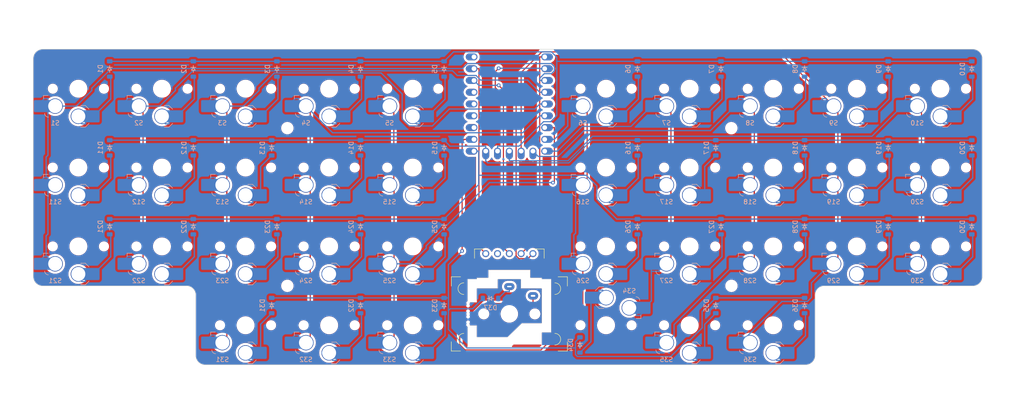
<source format=kicad_pcb>
(kicad_pcb (version 20221018) (generator pcbnew)
  (layers (0 "F.Cu" signal) (31 "B.Cu" signal) (34 "B.Paste" user) (35 "F.Paste" user) (36 "B.SilkS" user "B.Silkscreen") (37 "F.SilkS" user "F.Silkscreen") (38 "B.Mask" user) (39 "F.Mask" user) (44 "Edge.Cuts" user))
  (net 0 "")
  (net 1 "ROW 1")
  (net 2 "Net-(D1-A)")
  (net 3 "Net-(D2-A)")
  (net 4 "Net-(D3-A)")
  (net 5 "Net-(D4-A)")
  (net 6 "Net-(D5-A)")
  (net 7 "Net-(D6-A)")
  (net 8 "Net-(D7-A)")
  (net 9 "Net-(D8-A)")
  (net 10 "Net-(D9-A)")
  (net 11 "Net-(D10-A)")
  (net 12 "ROW 2")
  (net 13 "Net-(D11-A)")
  (net 14 "Net-(D12-A)")
  (net 15 "Net-(D13-A)")
  (net 16 "Net-(D14-A)")
  (net 17 "Net-(D15-A)")
  (net 18 "Net-(D16-A)")
  (net 19 "Net-(D17-A)")
  (net 20 "Net-(D18-A)")
  (net 21 "Net-(D19-A)")
  (net 22 "Net-(D20-A)")
  (net 23 "ROW 3")
  (net 24 "Net-(D21-A)")
  (net 25 "Net-(D22-A)")
  (net 26 "Net-(D23-A)")
  (net 27 "Net-(D24-A)")
  (net 28 "Net-(D25-A)")
  (net 29 "Net-(D26-A)")
  (net 30 "Net-(D27-A)")
  (net 31 "Net-(D28-A)")
  (net 32 "Net-(D29-A)")
  (net 33 "Net-(D30-A)")
  (net 34 "ROW 4")
  (net 35 "Net-(D31-A)")
  (net 36 "Net-(D32-A)")
  (net 37 "Net-(D33-A)")
  (net 38 "Net-(D34-A)")
  (net 39 "Net-(D35-A)")
  (net 40 "Net-(D36-A)")
  (net 41 "COL 1")
  (net 42 "COL 2")
  (net 43 "COL 3")
  (net 44 "COL 4")
  (net 45 "COL 5")
  (net 46 "COL 6")
  (net 47 "COL 7")
  (net 48 "COL 8")
  (net 49 "COL 9")
  (net 50 "COL 10")
  (net 56 "Net-(D37-A)")
  (net 57 "Net-(U1-GND)")
  (net 59 "SCL")
  (net 60 "SDA")
  (net 61 "Net-(U1-3V3)")
  (footprint "ScottoKeebs_MCU:RP2040_Zero" (layer "F.Cu") (at 139.525 46.9)
    (fp_text reference "U1" hide)
    (fp_text value "RP2040_Zero" hide)
  )
  (footprint "MountingHole:MountingHole_2.2mm_M2" (layer "F.Cu") (at 187.35 86.1)
    (fp_text reference "H6" hide)
    (fp_text value "MountingHole")
  )
  (footprint "MountingHole:MountingHole_2.2mm_M2" (layer "F.Cu") (at 91.725 86.1)
    (fp_text reference "H5" hide)
    (fp_text value "MountingHole")
  )
  (footprint "MountingHole:MountingHole_2.2mm_M2" (layer "F.Cu") (at 91.725 52.1)
    (fp_text reference "H1" hide)
    (fp_text value "MountingHole")
  )
  (footprint "MountingHole:MountingHole_2.2mm_M2" (layer "F.Cu") (at 187.325 52.1)
    (fp_text reference "H3" hide)
    (fp_text value "MountingHole")
  )
  (footprint "weteor:trackball_choc_combi" (layer "F.Cu") (at 139.525 92.155 180)
    (fp_text reference "SW1" hide)
    (fp_text value "Trackball_Choc_Combi" hide)
    (fp_line (start -9 -4) (end -9 7.5) (stroke (width 0.05)) (layer "Edge.Cuts"))
    (fp_line (start -9 -4) (end -7 -4) (stroke (width 0.05)) (layer "Edge.Cuts"))
    (fp_line (start -9 7.5) (end -7 7.5) (stroke (width 0.05)) (layer "Edge.Cuts"))
    (fp_line (start -7 -6.6) (end -7 -4) (stroke (width 0.05)) (layer "Edge.Cuts"))
    (fp_line (start -7 -6.6) (end -0.9 -6.6) (stroke (width 0.05)) (layer "Edge.Cuts"))
    (fp_line (start -7 -2) (end -7 5.5) (stroke (width 0.05)) (layer "Edge.Cuts"))
    (fp_line (start -7 5.5) (end -2.5 5.5) (stroke (width 0.05)) (layer "Edge.Cuts"))
    (fp_line (start -7 7.5) (end -7 7.8) (stroke (width 0.05)) (layer "Edge.Cuts"))
    (fp_line (start -7 7.8) (end -4.5 7.8) (stroke (width 0.05)) (layer "Edge.Cuts"))
    (fp_line (start -4.5 7.8) (end -4.5 9.5) (stroke (width 0.05)) (layer "Edge.Cuts"))
    (fp_line (start -4.5 9.5) (end 4.5 9.5) (stroke (width 0.05)) (layer "Edge.Cuts"))
    (fp_line (start -2.7 -2) (end -7 -2) (stroke (width 0.05)) (layer "Edge.Cuts"))
    (fp_line (start -2.7 -2) (end 0.4 -5) (stroke (width 0.05)) (layer "Edge.Cuts"))
    (fp_line (start -2.5 5.5) (end -2.5 7.5) (stroke (width 0.05)) (layer "Edge.Cuts"))
    (fp_line (start -2.5 7.5) (end 2.5 7.5) (stroke (width 0.05)) (layer "Edge.Cuts"))
    (fp_line (start -0.499999 -7) (end -0.9 -6.6) (stroke (width 0.05)) (layer "Edge.Cuts"))
    (fp_line (start 2.5 5.5) (end 2.5 7.5) (stroke (width 0.05)) (layer "Edge.Cuts"))
    (fp_line (start 2.5 5.5) (end 7 5.5) (stroke (width 0.05)) (layer "Edge.Cuts"))
    (fp_line (start 4.5 7.8) (end 4.5 9.5) (stroke (width 0.05)) (layer "Edge.Cuts"))
    (fp_line (start 7 -5) (end 0.4 -5) (stroke (width 0.05)) (layer "Edge.Cuts"))
    (fp_line (start 7 -5) (end 7 -2.5) (stroke (width 0.05)) (layer "Edge.Cuts"))
    (fp_line (start 7 -2.5) (end 9 -2.5) (stroke (width 0.05)) (layer "Edge.Cuts"))
    (fp_line (start 7 2.5) (end 7 5.5) (stroke (width 0.05)) (layer "Edge.Cuts"))
    (fp_line (start 7 2.5) (end 9 2.5) (stroke (width 0.05)) (layer "Edge.Cuts"))
    (fp_line (start 7 7.5) (end 7 7.8) (stroke (width 0.05)) (layer "Edge.Cuts"))
    (fp_line (start 7 7.5) (end 9 7.5) (stroke (width 0.05)) (layer "Edge.Cuts"))
    (fp_line (start 7 7.8) (end 4.5 7.8) (stroke (width 0.05)) (layer "Edge.Cuts"))
    (fp_line (start 9 -7) (end -0.5 -7) (stroke (width 0.05)) (layer "Edge.Cuts"))
    (fp_line (start 9 -7) (end 9 -2.5) (stroke (width 0.05)) (layer "Edge.Cuts"))
    (fp_line (start 9 7.5) (end 9 2.5) (stroke (width 0.05)) (layer "Edge.Cuts"))
  )
  (footprint "ScottoKeebs_Components:Diode_SOD-123" (layer "B.Cu") (at 125.475 73.35 -90)
    (fp_text reference "D25")
    (fp_text value "Diode")
  )
  (footprint "ScottoKeebs_Components:Diode_SOD-123" (layer "B.Cu") (at 71.475 73.35 -90)
    (fp_text reference "D22")
    (fp_text value "Diode")
  )
  (footprint "PCM_marbastlib-choc:SW_choc_v1_HS_1u" (layer "B.Cu") (at 160.35 60.6 180)
    (fp_text reference "S16")
    (fp_text value "Keyswitch" hide)
  )
  (footprint "PCM_marbastlib-choc:SW_choc_v1_HS_1u" (layer "B.Cu") (at 100.725 60.6 180)
    (fp_text reference "S14")
    (fp_text value "Keyswitch" hide)
  )
  (footprint "PCM_marbastlib-choc:SW_choc_v1_HS_1u" (layer "B.Cu") (at 214.35 60.6 180)
    (fp_text reference "S19")
    (fp_text value "Keyswitch" hide)
  )
  (footprint "ScottoKeebs_Components:Diode_SOD-123" (layer "B.Cu") (at 53.475 39.35 -90)
    (fp_text reference "D1")
    (fp_text value "Diode")
  )
  (footprint "ScottoKeebs_Components:Diode_SOD-123" (layer "B.Cu") (at 221.1 56.35 -90)
    (fp_text reference "D19")
    (fp_text value "Diode")
  )
  (footprint "PCM_marbastlib-choc:SW_choc_v1_HS_1u" (layer "B.Cu") (at 118.725 43.6 180)
    (fp_text reference "S5")
    (fp_text value "Keyswitch" hide)
  )
  (footprint "PCM_marbastlib-choc:SW_choc_v1_HS_1u" (layer "B.Cu") (at 214.35 43.6 180)
    (fp_text reference "S9")
    (fp_text value "Keyswitch" hide)
  )
  (footprint "PCM_marbastlib-choc:SW_choc_v1_HS_1u" (layer "B.Cu") (at 118.725 94.6 180)
    (fp_text reference "S33")
    (fp_text value "Keyswitch" hide)
  )
  (footprint "ScottoKeebs_Components:Diode_SOD-123" (layer "B.Cu") (at 221.1 73.35 -90)
    (fp_text reference "D29")
    (fp_text value "Diode")
  )
  (footprint "PCM_marbastlib-choc:SW_choc_v1_HS_1u" (layer "B.Cu") (at 100.725 94.6 180)
    (fp_text reference "S32")
    (fp_text value "Keyswitch" hide)
  )
  (footprint "ScottoKeebs_Components:Diode_SOD-123" (layer "B.Cu") (at 89.475 73.35 -90)
    (fp_text reference "D23")
    (fp_text value "Diode")
  )
  (footprint "ScottoKeebs_Components:Diode_SOD-123" (layer "B.Cu") (at 203.1 56.35 -90)
    (fp_text reference "D18")
    (fp_text value "Diode")
  )
  (footprint "PCM_marbastlib-choc:SW_choc_v1_HS_1u" (layer "B.Cu") (at 160.35 43.6 180)
    (fp_text reference "S6")
    (fp_text value "Keyswitch" hide)
  )
  (footprint "PCM_marbastlib-choc:SW_choc_v1_HS_1u" (layer "B.Cu") (at 118.725 60.6 180)
    (fp_text reference "S15")
    (fp_text value "Keyswitch" hide)
  )
  (footprint "ScottoKeebs_Components:Diode_SOD-123" (layer "B.Cu") (at 183.975 90.35 -90)
    (fp_text reference "D35")
    (fp_text value "Diode")
  )
  (footprint "PCM_marbastlib-choc:SW_choc_v1_HS_1u" (layer "B.Cu") (at 82.725 94.6 180)
    (fp_text reference "S31")
    (fp_text value "Keyswitch" hide)
  )
  (footprint "PCM_marbastlib-choc:SW_choc_v1_HS_1u" (layer "B.Cu") (at 46.725 43.6 180)
    (fp_text reference "S1")
    (fp_text value "Keyswitch" hide)
  )
  (footprint "PCM_marbastlib-choc:SW_choc_v1_HS_1u" (layer "B.Cu") (at 214.35 77.6 180)
    (fp_text reference "S29")
    (fp_text value "Keyswitch" hide)
  )
  (footprint "PCM_marbastlib-choc:SW_choc_v1_HS_1u" (layer "B.Cu") (at 178.35 43.6 180)
    (fp_text reference "S7")
    (fp_text value "Keyswitch" hide)
  )
  (footprint "PCM_marbastlib-choc:SW_choc_v1_HS_1u" (layer "B.Cu") (at 82.725 43.6 180)
    (fp_text reference "S3")
    (fp_text value "Keyswitch" hide)
  )
  (footprint "ScottoKeebs_Components:Diode_SOD-123" (layer "B.Cu") (at 107.475 56.35 -90)
    (fp_text reference "D14")
    (fp_text value "Diode")
  )
  (footprint "PCM_marbastlib-choc:SW_choc_v1_HS_1u" (layer "B.Cu") (at 64.725 77.6 180)
    (fp_text reference "S22")
    (fp_text value "Keyswitch" hide)
  )
  (footprint "PCM_marbastlib-choc:SW_choc_v1_HS_1u" (layer "B.Cu") (at 160.35 94.6)
    (fp_text reference "S34")
    (fp_text value "Keyswitch" hide)
  )
  (footprint "PCM_marbastlib-choc:SW_choc_v1_HS_1u" (layer "B.Cu") (at 178.35 94.6 180)
    (fp_text reference "S35")
    (fp_text value "Keyswitch" hide)
  )
  (footprint "ScottoKeebs_Components:Diode_SOD-123" (layer "B.Cu") (at 203.1 90.35 -90)
    (fp_text reference "D36")
    (fp_text value "Diode")
  )
  (footprint "PCM_marbastlib-choc:SW_choc_v1_HS_1u" (layer "B.Cu") (at 196.35 43.6 180)
    (fp_text reference "S8")
    (fp_text value "Keyswitch" hide)
  )
  (footprint "PCM_marbastlib-choc:SW_choc_v1_HS_1u" (layer "B.Cu") (at 196.35 77.6 180)
    (fp_text reference "S28")
    (fp_text value "Keyswitch" hide)
  )
  (footprint "ScottoKeebs_Components:Diode_SOD-123" (layer "B.Cu") (at 53.475 73.35 -90)
    (fp_text reference "D21")
    (fp_text value "Diode")
  )
  (footprint "PCM_marbastlib-choc:SW_choc_v1_HS_1u" (layer "B.Cu") (at 232.35 60.6 180)
    (fp_text reference "S20")
    (fp_text value "Keyswitch" hide)
  )
  (footprint "ScottoKeebs_Components:Diode_SOD-123" (layer "B.Cu") (at 125.475 39.35 -90)
    (fp_text reference "D5")
    (fp_text value "Diode")
  )
  (footprint "PCM_marbastlib-choc:SW_choc_v1_HS_1u" (layer "B.Cu") (at 196.35 94.6 180)
    (fp_text reference "S36")
    (fp_text value "Keyswitch" hide)
  )
  (footprint "ScottoKeebs_Components:Diode_SOD-123" (layer "B.Cu") (at 185.1 73.35 -90)
    (fp_text reference "D27")
    (fp_text value "Diode")
  )
  (footprint "ScottoKeebs_Components:Diode_SOD-123" (layer "B.Cu") (at 71.475 56.35 -90)
    (fp_text reference "D12")
    (fp_text value "Diode")
  )
  (footprint "ScottoKeebs_Components:Diode_SOD-123" (layer "B.Cu") (at 89.475 39.35 -90)
    (fp_text reference "D3")
    (fp_text value "Diode")
  )
  (footprint "PCM_marbastlib-choc:SW_choc_v1_HS_1u" (layer "B.Cu") (at 232.35 43.6 180)
    (fp_text reference "S10")
    (fp_text value "Keyswitch" hide)
  )
  (footprint "ScottoKeebs_Components:Diode_SOD-123" (layer "B.Cu") (at 125.475 56.35 -90)
    (fp_text reference "D15")
    (fp_text value "Diode")
  )
  (footprint "PCM_marbastlib-choc:SW_choc_v1_HS_1u" (layer "B.Cu") (at 232.35 77.6 180)
    (fp_text reference "S30")
    (fp_text value "Keyswitch" hide)
  )
  (footprint "ScottoKeebs_Components:Diode_SOD-123" (layer "B.Cu") (at 53.475 56.35 -90)
    (fp_text reference "D11")
    (fp_text value "Diode")
  )
  (footprint "ScottoKeebs_Components:Diode_SOD-123" (layer "B.Cu") (at 125.475 90.35 -90)
    (fp_text reference "D33")
    (fp_text value "Diode")
  )
  (footprint "ScottoKeebs_Components:Diode_SOD-123" (layer "B.Cu") (at 221.1 39.35 -90)
    (fp_text reference "D9")
    (fp_text value "Diode")
  )
  (footprint "ScottoKeebs_Components:Diode_SOD-123" (layer "B.Cu") (at 107.475 39.35 -90)
    (fp_text reference "D4")
    (fp_text value "Diode")
  )
  (footprint "PCM_marbastlib-choc:SW_choc_v1_HS_1u" (layer "B.Cu") (at 118.725 77.6 180)
    (fp_text reference "S25")
    (fp_text value "Keyswitch" hide)
  )
  (footprint "PCM_marbastlib-choc:SW_choc_v1_HS_1u" (layer "B.Cu") (at 64.725 60.6 180)
    (fp_text reference "S12")
    (fp_text value "Keyswitch" hide)
  )
  (footprint "PCM_marbastlib-choc:SW_choc_v1_HS_1u" (layer "B.Cu") (at 178.35 77.6 180)
    (fp_text reference "S27")
    (fp_text value "Keyswitch" hide)
  )
  (footprint "ScottoKeebs_Components:Diode_SOD-123" (layer "B.Cu") (at 71.475 39.35 -90)
    (fp_text reference "D2")
    (fp_text value "Diode")
  )
  (footprint "PCM_marbastlib-choc:SW_choc_v1_HS_1u" (layer "B.Cu") (at 46.725 60.6 180)
    (fp_text reference "S11")
    (fp_text value "Keyswitch" hide)
  )
  (footprint "PCM_marbastlib-choc:SW_choc_v1_HS_1u" (layer "B.Cu") (at 100.725 77.6 180)
    (fp_text reference "S24")
    (fp_text value "Keyswitch" hide)
  )
  (footprint "ScottoKeebs_Components:Diode_SOD-123" (layer "B.Cu") (at 239.1 39.35 -90)
    (fp_text reference "D10")
    (fp_text value "Diode")
  )
  (footprint "PCM_marbastlib-choc:SW_choc_v1_HS_1u" (layer "B.Cu") (at 82.725 60.6 180)
    (fp_text reference "S13")
    (fp_text value "Keyswitch" hide)
  )
  (footprint "ScottoKeebs_Components:Diode_SOD-123" (layer "B.Cu") (at 203.1 73.35 -90)
    (fp_text reference "D28")
    (fp_text value "Diode")
  )
  (footprint "ScottoKeebs_Components:Diode_SOD-123" (layer "B.Cu") (at 185.1 39.35 -90)
    (fp_text reference "D7")
    (fp_text value "Diode")
  )
  (footprint "ScottoKeebs_Components:Diode_SOD-123" (layer "B.Cu") (at 88.35 90.35 -90)
    (fp_text reference "D31")
    (fp_text value "Diode")
  )
  (footprint "PCM_marbastlib-choc:SW_choc_v1_HS_1u" (layer "B.Cu") (at 178.35 60.6 180)
    (fp_text reference "S17")
    (fp_text value "Keyswitch" hide)
  )
  (footprint "PCM_marbastlib-choc:SW_choc_v1_HS_1u" (layer "B.Cu") (at 160.35 77.6 180)
    (fp_text reference "S26")
    (fp_text value "Keyswitch" hide)
  )
  (footprint "ScottoKeebs_Components:Diode_SOD-123" (layer "B.Cu") (at 107.475 90.35 -90)
    (fp_text reference "D32")
    (fp_text value "Diode")
  )
  (footprint "ScottoKeebs_Components:Diode_SOD-123" (layer "B.Cu") (at 154.725 98.85 -90)
    (fp_text reference "D34")
    (fp_text value "Diode")
  )
  (footprint "ScottoKeebs_Components:Diode_SOD-123" (layer "B.Cu") (at 239.1 56.35 -90)
    (fp_text reference "D20")
    (fp_text value "Diode")
  )
  (footprint "PCM_marbastlib-choc:SW_choc_v1_HS_1u" (layer "B.Cu") (at 64.725 43.6 180)
    (fp_text reference "S2")
    (fp_text value "Keyswitch" hide)
  )
  (footprint "PCM_marbastlib-choc:SW_choc_v1_HS_1u" (layer "B.Cu") (at 82.725 77.6 180)
    (fp_text reference "S23")
    (fp_text value "Keyswitch" hide)
  )
  (footprint "ScottoKeebs_Components:Diode_SOD-123" (layer "B.Cu") (at 167.1 73.35 -90)
    (fp_text reference "D26")
    (fp_text value "Diode")
  )
  (footprint "PCM_marbastlib-choc:SW_choc_v1_HS_1u" (layer "B.Cu") (at 196.35 60.6 180)
    (fp_text reference "S18")
    (fp_text value "Keyswitch" hide)
  )
  (footprint "ScottoKeebs_Components:Diode_SOD-123" (layer "B.Cu") (at 135.475 88.83)
    (fp_text reference "D37")
    (fp_text value "Diode")
  )
  (footprint "PCM_marbastlib-choc:SW_choc_v1_HS_1u" (layer "B.Cu") (at 46.725 77.6 180)
    (fp_text reference "S21")
    (fp_text value "Keyswitch" hide)
  )
  (footprint "ScottoKeebs_Components:Diode_SOD-123" (layer "B.Cu") (at 203.1 39.35 -90)
    (fp_text reference "D8")
    (fp_text value "Diode")
  )
  (footprint "ScottoKeebs_Components:Diode_SOD-123" (layer "B.Cu") (at 183.975 56.35 -90)
    (fp_text reference "D17")
    (fp_text value "Diode")
  )
  (footprint "ScottoKeebs_Components:Diode_SOD-123" (layer "B.Cu") (at 239.1 73.35 -90)
    (fp_text reference "D30")
    (fp_text value "Diode")
  )
  (footprint "ScottoKeebs_Components:Diode_SOD-123" (layer "B.Cu") (at 167.1 56.35 -90)
    (fp_text reference "D16")
    (fp_text value "Diode")
  )
  (footprint "ScottoKeebs_Components:Diode_SOD-123" (layer "B.Cu") (at 167.1 39.35 -90)
    (fp_text reference "D6")
    (fp_text value "Diode")
  )
  (footprint "ScottoKeebs_Components:Diode_SOD-123" (layer "B.Cu") (at 107.475 73.35 -90)
    (fp_text reference "D24")
    (fp_text value "Diode")
  )
  (footprint "ScottoKeebs_Components:Diode_SOD-123" (layer "B.Cu") (at 88.35 56.35 -90)
    (fp_text reference "D13")
    (fp_text value "Diode")
  )
  (footprint "PCM_marbastlib-choc:SW_choc_v1_HS_1u" (layer "B.Cu") (at 100.725 43.6 180)
    (fp_text reference "S4")
    (fp_text value "Keyswitch" hide)
  )
  (gr_line (start 207.35 86.1) (end 239.35 86.1) (stroke (width 0.1)) (layer "Edge.Cuts"))
  (gr_arc (start 74.014214 103.1) (mid 72.6 102.514214) (end 72.014214 101.1) (stroke (width 0.1)) (layer "Edge.Cuts"))
  (gr_arc (start 205.35 88.1) (mid 205.935786 86.685786) (end 207.35 86.1) (stroke (width 0.1)) (layer "Edge.Cuts"))
  (gr_arc (start 241.35 84.1) (mid 240.764214 85.514214) (end 239.35 86.1) (stroke (width 0.1)) (layer "Edge.Cuts"))
  (gr_arc (start 239.35 35.1) (mid 240.764214 35.685786) (end 241.35 37.1) (stroke (width 0.1)) (layer "Edge.Cuts"))
  (gr_line (start 39.039214 86.1) (end 70.014214 86.1) (stroke (width 0.1)) (layer "Edge.Cuts"))
  (gr_arc (start 205.35 101.1) (mid 204.764214 102.514214) (end 203.35 103.1) (stroke (width 0.1)) (layer "Edge.Cuts"))
  (gr_line (start 72.014214 88.1) (end 72.014214 101.1) (stroke (width 0.1)) (layer "Edge.Cuts"))
  (gr_line (start 239.35 35.1) (end 39.039214 35.1) (stroke (width 0.1)) (layer "Edge.Cuts"))
  (gr_line (start 241.35 37.1) (end 241.35 84.1) (stroke (width 0.1)) (layer "Edge.Cuts"))
  (gr_line (start 74.014214 103.1) (end 203.35 103.1) (stroke (width 0.1)) (layer "Edge.Cuts"))
  (gr_arc (start 70.014214 86.1) (mid 71.428428 86.685786) (end 72.014214 88.1) (stroke (width 0.1)) (layer "Edge.Cuts"))
  (gr_line (start 205.35 101.1) (end 205.35 88.1) (stroke (width 0.1)) (layer "Edge.Cuts"))
  (gr_line (start 37.039214 37.1) (end 37.039214 84.1) (stroke (width 0.1)) (layer "Edge.Cuts"))
  (gr_arc (start 37.039214 37.1) (mid 37.625 35.685786) (end 39.039214 35.1) (stroke (width 0.1)) (layer "Edge.Cuts"))
  (gr_arc (start 39.039214 86.1) (mid 37.625 85.514214) (end 37.039214 84.1) (stroke (width 0.1)) (layer "Edge.Cuts"))
  (segment (start 71.475 37.7) (end 53.475 37.7) (width 0.25) (layer "B.Cu") (net 1))
  (segment (start 148.416 50.71) (end 149.745 49.3813) (width 0.25) (layer "B.Cu") (net 1))
  (segment (start 185.1 37.7) (end 203.1 37.7) (width 0.25) (layer "B.Cu") (net 1))
  (segment (start 89.475 37.7) (end 107.475 37.7) (width 0.25) (layer "B.Cu") (net 1))
  (segment (start 136.985 55.9831) (end 141.619 55.9831) (width 0.25) (layer "B.Cu") (net 1))
  (segment (start 149.745 36.8088) (end 149.745 37.7) (width 0.25) (layer "B.Cu") (net 1))
  (segment (start 125.475 37.7) (end 127.512 35.6631) (width 0.25) (layer "B.Cu") (net 1))
  (segment (start 203.1 37.7) (end 221.1 37.7) (width 0.25) (layer "B.Cu") (net 1))
  (segment (start 141.619 55.9831) (end 146.892 50.71) (width 0.25) (layer "B.Cu") (net 1))
  (segment (start 149.745 37.7) (end 167.1 37.7) (width 0.25) (layer "B.Cu") (net 1))
  (segment (start 167.1 37.7) (end 185.1 37.7) (width 0.25) (layer "B.Cu") (net 1))
  (segment (start 148.599 35.6631) (end 149.745 36.8088) (width 0.25) (layer "B.Cu") (net 1))
  (segment (start 107.475 37.7) (end 125.475 37.7) (width 0.25) (layer "B.Cu") (net 1))
  (segment (start 149.745 49.3813) (end 149.745 37.7) (width 0.25) (layer "B.Cu") (net 1))
  (segment (start 89.475 37.7) (end 71.475 37.7) (width 0.25) (layer "B.Cu") (net 1))
  (segment (start 239.1 37.7) (end 221.1 37.7) (width 0.25) (layer "B.Cu") (net 1))
  (segment (start 127.512 35.6631) (end 148.599 35.6631) (width 0.25) (layer "B.Cu") (net 1))
  (segment (start 136.985 57.06) (end 136.985 55.9831) (width 0.25) (layer "B.Cu") (net 1))
  (segment (start 146.892 50.71) (end 148.416 50.71) (width 0.25) (layer "B.Cu") (net 1))
  (segment (start 53.6952 45.8248) (end 53.6952 41.2202) (width 0.25) (layer "B.Cu") (net 2))
  (segment (start 48.275 50.3634) (end 49.1566 50.3634) (width 0.25) (layer "B.Cu") (net 2))
  (segment (start 48.275 49.55) (end 48.275 50.3634) (width 0.25) (layer "B.Cu") (net 2))
  (segment (start 46.725 50.402) (end 47.4999 51.1769) (width 0.25) (layer "B.Cu") (net 2))
  (segment (start 48.275 51.1769) (end 48.275 50.3634) (width 0.25) (layer "B.Cu") (net 2))
  (segment (start 49.1566 50.3634) (end 49.97 49.55) (width 0.25) (layer "B.Cu") (net 2))
  (segment (start 47.4999 51.1769) (end 48.275 51.1769) (width 0.25) (layer "B.Cu") (net 2))
  (segment (start 49.97 49.55) (end 53.6952 45.8248) (width 0.25) (layer "B.Cu") (net 2))
  (segment (start 46.725 49.55) (end 46.725 50.402) (width 0.25) (layer "B.Cu") (net 2))
  (segment (start 53.6952 41.2202) (end 53.475 41) (width 0.25) (layer "B.Cu") (net 2))
  (segment (start 67.97 49.55) (end 71.6952 45.8248) (width 0.25) (layer "B.Cu") (net 3))
  (segment (start 64.725 49.55) (end 64.725 50.402) (width 0.25) (layer "B.Cu") (net 3))
  (segment (start 66.275 49.55) (end 66.275 50.3634) (width 0.25) (layer "B.Cu") (net 3))
  (segment (start 66.275 51.1769) (end 66.275 50.3634) (width 0.25) (layer "B.Cu") (net 3))
  (segment (start 66.275 50.3634) (end 67.1566 50.3634) (width 0.25) (layer "B.Cu") (net 3))
  (segment (start 71.6952 41.2202) (end 71.475 41) (width 0.25) (layer "B.Cu") (net 3))
  (segment (start 64.725 50.402) (end 65.4999 51.1769) (width 0.25) (layer "B.Cu") (net 3))
  (segment (start 71.6952 45.8248) (end 71.6952 41.2202) (width 0.25) (layer "B.Cu") (net 3))
  (segment (start 65.4999 51.1769) (end 66.275 51.1769) (width 0.25) (layer "B.Cu") (net 3))
  (segment (start 67.1566 50.3634) (end 67.97 49.55) (width 0.25) (layer "B.Cu") (net 3))
  (segment (start 84.275 50.3634) (end 85.1566 50.3634) (width 0.25) (layer "B.Cu") (net 4))
  (segment (start 82.725 50.402) (end 83.4999 51.1769) (width 0.25) (layer "B.Cu") (net 4))
  (segment (start 83.4999 51.1769) (end 84.275 51.1769) (width 0.25) (layer "B.Cu") (net 4))
  (segment (start 84.275 49.55) (end 84.275 50.3634) (width 0.25) (layer "B.Cu") (net 4))
  (segment (start 89.6952 41.2202) (end 89.475 41) (width 0.25) (layer "B.Cu") (net 4))
  (segment (start 85.97 49.55) (end 89.6952 45.8248) (width 0.25) (layer "B.Cu") (net 4))
  (segment (start 85.1566 50.3634) (end 85.97 49.55) (width 0.25) (layer "B.Cu") (net 4))
  (segment (start 82.725 49.55) (end 82.725 50.402) (width 0.25) (layer "B.Cu") (net 4))
  (segment (start 84.275 51.1769) (end 84.275 50.3634) (width 0.25) (layer "B.Cu") (net 4))
  (segment (start 89.6952 45.8248) (end 89.6952 41.2202) (width 0.25) (layer "B.Cu") (net 4))
  (segment (start 103.157 50.3634) (end 103.97 49.55) (width 0.25) (layer "B.Cu") (net 5))
  (segment (start 102.275 49.55) (end 102.275 50.3634) (width 0.25) (layer "B.Cu") (net 5))
  (segment (start 102.275 50.3634) (end 103.157 50.3634) (width 0.25) (layer "B.Cu") (net 5))
  (segment (start 101.5 51.1769) (end 102.275 51.1769) (width 0.25) (layer "B.Cu") (net 5))
  (segment (start 102.275 51.1769) (end 102.275 50.3634) (width 0.25) (layer "B.Cu") (net 5))
  (segment (start 100.725 49.55) (end 100.725 50.402) (width 0.25) (layer "B.Cu") (net 5))
  (segment (start 107.695 41.2202) (end 107.475 41) (width 0.25) (layer "B.Cu") (net 5))
  (segment (start 103.97 49.55) (end 107.695 45.8248) (width 0.25) (layer "B.Cu") (net 5))
  (segment (start 107.695 45.8248) (end 107.695 41.2202) (width 0.25) (layer "B.Cu") (net 5))
  (segment (start 100.725 50.402) (end 101.5 51.1769) (width 0.25) (layer "B.Cu") (net 5))
  (segment (start 120.275 51.1769) (end 119.5 51.1769) (width 0.25) (layer "B.Cu") (net 6))
  (segment (start 125.68 45.8401) (end 125.68 41.2049) (width 0.25) (layer "B.Cu") (net 6))
  (segment (start 120.275 49.55) (end 120.275 50.3634) (width 0.25) (layer "B.Cu") (net 6))
  (segment (start 121.97 49.55) (end 125.68 45.8401) (width 0.25) (layer "B.Cu") (net 6))
  (segment (start 120.275 50.3634) (end 120.275 51.1769) (width 0.25) (layer "B.Cu") (net 6))
  (segment (start 121.157 50.3634) (end 121.97 49.55) (width 0.25) (layer "B.Cu") (net 6))
  (segment (start 125.68 41.2049) (end 125.475 41) (width 0.25) (layer "B.Cu") (net 6))
  (segment (start 119.5 51.1769) (end 118.725 50.402) (width 0.25) (layer "B.Cu") (net 6))
  (segment (start 120.275 50.3634) (end 121.157 50.3634) (width 0.25) (layer "B.Cu") (net 6))
  (segment (start 118.725 50.402) (end 118.725 49.55) (width 0.25) (layer "B.Cu") (net 6))
  (segment (start 161.9 50.3634) (end 162.782 50.3634) (width 0.25) (layer "B.Cu") (net 7))
  (segment (start 160.35 49.55) (end 160.35 50.402) (width 0.25) (layer "B.Cu") (net 7))
  (segment (start 160.35 50.402) (end 161.125 51.1769) (width 0.25) (layer "B.Cu") (net 7))
  (segment (start 163.595 49.55) (end 167.32 45.8248) (width 0.25) (layer "B.Cu") (net 7))
  (segment (start 162.782 50.3634) (end 163.595 49.55) (width 0.25) (layer "B.Cu") (net 7))
  (segment (start 161.9 51.1769) (end 161.9 50.3634) (width 0.25) (layer "B.Cu") (net 7))
  (segment (start 167.32 45.8248) (end 167.32 41.2202) (width 0.25) (layer "B.Cu") (net 7))
  (segment (start 167.32 41.2202) (end 167.1 41) (width 0.25) (layer "B.Cu") (net 7))
  (segment (start 161.9 49.55) (end 161.9 50.3634) (width 0.25) (layer "B.Cu") (net 7))
  (segment (start 161.125 51.1769) (end 161.9 51.1769) (width 0.25) (layer "B.Cu") (net 7))
  (segment (start 181.595 49.55) (end 185.32 45.8248) (width 0.25) (layer "B.Cu") (net 8))
  (segment (start 179.9 50.3634) (end 179.9 51.1769) (width 0.25) (layer "B.Cu") (net 8))
  (segment (start 185.32 41.2202) (end 185.1 41) (width 0.25) (layer "B.Cu") (net 8))
  (segment (start 179.9 50.3634) (end 180.782 50.3634) (width 0.25) (layer "B.Cu") (net 8))
  (segment (start 178.35 50.402) (end 178.35 49.55) (width 0.25) (layer "B.Cu") (net 8))
  (segment (start 185.32 45.8248) (end 185.32 41.2202) (width 0.25) (layer "B.Cu") (net 8))
  (segment (start 179.9 51.1769) (end 179.125 51.1769) (width 0.25) (layer "B.Cu") (net 8))
  (segment (start 179.125 51.1769) (end 178.35 50.402) (width 0.25) (layer "B.Cu") (net 8))
  (segment (start 180.782 50.3634) (end 181.595 49.55) (width 0.25) (layer "B.Cu") (net 8))
  (segment (start 179.9 49.55) (end 179.9 50.3634) (width 0.25) (layer "B.Cu") (net 8))
  (segment (start 196.35 50.402) (end 197.125 51.1769) (width 0.25) (layer "B.Cu") (net 9))
  (segment (start 196.35 49.55) (end 196.35 50.402) (width 0.25) (layer "B.Cu") (net 9))
  (segment (start 197.9 49.55) (end 197.9 50.3634) (width 0.25) (layer "B.Cu") (net 9))
  (segment (start 203.312 45.8332) (end 203.312 41.2118) (width 0.25) (layer "B.Cu") (net 9))
  (segment (start 199.595 49.55) (end 203.312 45.8332) (width 0.25) (layer "B.Cu") (net 9))
  (segment (start 197.9 51.1769) (end 197.9 50.3634) (width 0.25) (layer "B.Cu") (net 9))
  (segment (start 197.125 51.1769) (end 197.9 51.1769) (width 0.25) (layer "B.Cu") (net 9))
  (segment (start 197.9 50.3634) (end 198.782 50.3634) (width 0.25) (layer "B.Cu") (net 9))
  (segment (start 203.312 41.2118) (end 203.1 41) (width 0.25) (layer "B.Cu") (net 9))
  (segment (start 198.782 50.3634) (end 199.595 49.55) (width 0.25) (layer "B.Cu") (net 9))
  (segment (start 214.35 50.402) (end 215.125 51.1769) (width 0.25) (layer "B.Cu") (net 10))
  (segment (start 217.595 49.55) (end 221.32 45.8248) (width 0.25) (layer "B.Cu") (net 10))
  (segment (start 215.9 51.1769) (end 215.9 50.3634) (width 0.25) (layer "B.Cu") (net 10))
  (segment (start 221.32 41.2202) (end 221.1 41) (width 0.25) (layer "B.Cu") (net 10))
  (segment (start 221.32 45.8248) (end 221.32 41.2202) (width 0.25) (layer "B.Cu") (net 10))
  (segment (start 215.125 51.1769) (end 215.9 51.1769) (width 0.25) (layer "B.Cu") (net 10))
  (segment (start 216.782 50.3634) (end 217.595 49.55) (width 0.25) (layer "B.Cu") (net 10))
  (segment (start 214.35 49.55) (end 214.35 50.402) (width 0.25) (layer "B.Cu") (net 10))
  (segment (start 215.9 50.3634) (end 216.782 50.3634) (width 0.25) (layer "B.Cu") (net 10))
  (segment (start 215.9 49.55) (end 215.9 50.3634) (width 0.25) (layer "B.Cu") (net 10))
  (segment (start 232.35 49.55) (end 232.35 50.402) (width 0.25) (layer "B.Cu") (net 11))
  (segment (start 235.595 49.55) (end 239.295 45.8499) (width 0.25) (layer "B.Cu") (net 11))
  (segment (start 239.295 41.1951) (end 239.1 41) (width 0.25) (layer "B.Cu") (net 11))
  (segment (start 233.9 51.1769) (end 233.9 50.3634) (width 0.25) (layer "B.Cu") (net 11))
  (segment (start 239.295 45.8499) (end 239.295 41.1951) (width 0.25) (layer "B.Cu") (net 11))
  (segment (start 233.125 51.1769) (end 233.9 51.1769) (width 0.25) (layer "B.Cu") (net 11))
  (segment (start 232.35 50.402) (end 233.125 51.1769) (width 0.25) (layer "B.Cu") (net 11))
  (segment (start 233.9 49.55) (end 233.9 50.3634) (width 0.25) (layer "B.Cu") (net 11))
  (segment (start 234.782 50.3634) (end 235.595 49.55) (width 0.25) (layer "B.Cu") (net 11))
  (segment (start 233.9 50.3634) (end 234.782 50.3634) (width 0.25) (layer "B.Cu") (net 11))
  (segment (start 71.475 54.7) (end 88.35 54.7) (width 0.25) (layer "B.Cu") (net 12))
  (segment (start 88.35 54.7) (end 107.475 54.7) (width 0.25) (layer "B.Cu") (net 12))
  (segment (start 134.445 59.1369) (end 134.902 59.5935) (width 0.25) (layer "B.Cu") (net 12))
  (segment (start 53.475 54.7) (end 71.475 54.7) (width 0.25) (layer "B.Cu") (net 12))
  (segment (start 183.975 54.7) (end 203.1 54.7) (width 0.25) (layer "B.Cu") (net 12))
  (segment (start 152.331 59.5935) (end 157.224 54.7) (width 0.25) (layer "B.Cu") (net 12))
  (segment (start 239.1 54.7) (end 221.1 54.7) (width 0.25) (layer "B.Cu") (net 12))
  (segment (start 125.475 54.7) (end 126.758 55.9831) (width 0.25) (layer "B.Cu") (net 12))
  (segment (start 134.445 57.06) (end 134.445 59.1369) (width 0.25) (layer "B.Cu") (net 12))
  (segment (start 183.975 54.7) (end 167.1 54.7) (width 0.25) (layer "B.Cu") (net 12))
  (segment (start 107.475 54.7) (end 125.475 54.7) (width 0.25) (layer "B.Cu") (net 12))
  (segment (start 134.445 55.9831) (end 134.445 57.06) (width 0.25) (layer "B.Cu") (net 12))
  (segment (start 157.224 54.7) (end 167.1 54.7) (width 0.25) (layer "B.Cu") (net 12))
  (segment (start 203.1 54.7) (end 221.1 54.7) (width 0.25) (layer "B.Cu") (net 12))
  (segment (start 134.902 59.5935) (end 152.331 59.5935) (width 0.25) (layer "B.Cu") (net 12))
  (segment (start 126.758 55.9831) (end 134.445 55.9831) (width 0.25) (layer "B.Cu") (net 12))
  (segment (start 47.4999 68.1769) (end 48.275 68.1769) (width 0.25) (layer "B.Cu") (net 13))
  (segment (start 49.97 66.55) (end 53.6952 62.8248) (width 0.25) (layer "B.Cu") (net 13))
  (segment (start 49.1566 67.3634) (end 49.97 66.55) (width 0.25) (layer "B.Cu") (net 13))
  (segment (start 48.275 66.55) (end 48.275 67.3634) (width 0.25) (layer "B.Cu") (net 13))
  (segment (start 48.275 68.1769) (end 48.275 67.3634) (width 0.25) (layer "B.Cu") (net 13))
  (segment (start 53.6952 62.8248) (end 53.6952 58.2202) (width 0.25) (layer "B.Cu") (net 13))
  (segment (start 48.275 67.3634) (end 49.1566 67.3634) (width 0.25) (layer "B.Cu") (net 13))
  (segment (start 46.725 67.402) (end 47.4999 68.1769) (width 0.25) (layer "B.Cu") (net 13))
  (segment (start 53.6952 58.2202) (end 53.475 58) (width 0.25) (layer "B.Cu") (net 13))
  (segment (start 46.725 66.55) (end 46.725 67.402) (width 0.25) (layer "B.Cu") (net 13))
  (segment (start 66.275 67.3634) (end 67.1566 67.3634) (width 0.25) (layer "B.Cu") (net 14))
  (segment (start 66.275 66.55) (end 66.275 67.3634) (width 0.25) (layer "B.Cu") (net 14))
  (segment (start 71.6952 58.2202) (end 71.475 58) (width 0.25) (layer "B.Cu") (net 14))
  (segment (start 67.1566 67.3634) (end 67.97 66.55) (width 0.25) (layer "B.Cu") (net 14))
  (segment (start 64.725 66.55) (end 64.725 67.402) (width 0.25) (layer "B.Cu") (net 14))
  (segment (start 71.6952 62.8248) (end 71.6952 58.2202) (width 0.25) (layer "B.Cu") (net 14))
  (segment (start 67.97 66.55) (end 71.6952 62.8248) (width 0.25) (layer "B.Cu") (net 14))
  (segment (start 66.275 68.1769) (end 66.275 67.3634) (width 0.25) (layer "B.Cu") (net 14))
  (segment (start 65.4999 68.1769) (end 66.275 68.1769) (width 0.25) (layer "B.Cu") (net 14))
  (segment (start 64.725 67.402) (end 65.4999 68.1769) (width 0.25) (layer "B.Cu") (net 14))
  (segment (start 85.97 60.38) (end 88.35 58) (width 0.25) (layer "B.Cu") (net 15))
  (segment (start 82.725 66.55) (end 82.725 67.402) (width 0.25) (layer "B.Cu") (net 15))
  (segment (start 82.725 67.402) (end 83.4999 68.1769) (width 0.25) (layer "B.Cu") (net 15))
  (segment (start 85.1566 67.3634) (end 85.97 66.55) (width 0.25) (layer "B.Cu") (net 15))
  (segment (start 85.97 66.55) (end 85.97 60.38) (width 0.25) (layer "B.Cu") (net 15))
  (segment (start 84.275 67.3634) (end 85.1566 67.3634) (width 0.25) (layer "B.Cu") (net 15))
  (segment (start 84.275 68.1769) (end 84.275 67.3634) (width 0.25) (layer "B.Cu") (net 15))
  (segment (start 83.4999 68.1769) (end 84.275 68.1769) (width 0.25) (layer "B.Cu") (net 15))
  (segment (start 84.275 66.55) (end 84.275 67.3634) (width 0.25) (layer "B.Cu") (net 15))
  (segment (start 102.275 68.1769) (end 102.275 67.3634) (width 0.25) (layer "B.Cu") (net 16))
  (segment (start 100.725 66.55) (end 100.725 67.402) (width 0.25) (layer "B.Cu") (net 16))
  (segment (start 107.695 58.2202) (end 107.475 58) (width 0.25) (layer "B.Cu") (net 16))
  (segment (start 103.157 67.3634) (end 103.97 66.55) (width 0.25) (layer "B.Cu") (net 16))
  (segment (start 102.275 66.55) (end 102.275 67.3634) (width 0.25) (layer "B.Cu") (net 16))
  (segment (start 101.5 68.1769) (end 102.275 68.1769) (width 0.25) (layer "B.Cu") (net 16))
  (segment (start 102.275 67.3634) (end 103.157 67.3634) (width 0.25) (layer "B.Cu") (net 16))
  (segment (start 107.695 62.8248) (end 107.695 58.2202) (width 0.25) (layer "B.Cu") (net 16))
  (segment (start 103.97 66.55) (end 107.695 62.8248) (width 0.25) (layer "B.Cu") (net 16))
  (segment (start 100.725 67.402) (end 101.5 68.1769) (width 0.25) (layer "B.Cu") (net 16))
  (segment (start 120.275 66.55) (end 120.275 67.3634) (width 0.25) (layer "B.Cu") (net 17))
  (segment (start 119.5 68.1769) (end 120.275 68.1769) (width 0.25) (layer "B.Cu") (net 17))
  (segment (start 121.97 66.55) (end 125.695 62.8248) (width 0.25) (layer "B.Cu") (net 17))
  (segment (start 118.725 67.402) (end 119.5 68.1769) (width 0.25) (layer "B.Cu") (net 17))
  (segment (start 125.695 58.2202) (end 125.475 58) (width 0.25) (layer "B.Cu") (net 17))
  (segment (start 121.157 67.3634) (end 121.97 66.55) (width 0.25) (layer "B.Cu") (net 17))
  (segment (start 120.275 67.3634) (end 121.157 67.3634) (width 0.25) (layer "B.Cu") (net 17))
  (segment (start 118.725 66.55) (end 118.725 67.402) (width 0.25) (layer "B.Cu") (net 17))
  (segment (start 120.275 68.1769) (end 120.275 67.3634) (width 0.25) (layer "B.Cu") (net 17))
  (segment (start 125.695 62.8248) (end 125.695 58.2202) (width 0.25) (layer "B.Cu") (net 17))
  (segment (start 161.9 66.55) (end 161.9 67.3634) (width 0.25) (layer "B.Cu") (net 18))
  (segment (start 161.9 67.3634) (end 161.9 68.1769) (width 0.25) (layer "B.Cu") (net 18))
  (segment (start 160.35 67.402) (end 160.35 66.55) (width 0.25) (layer "B.Cu") (net 18))
  (segment (start 161.9 68.1769) (end 161.125 68.1769) (width 0.25) (layer "B.Cu") (net 18))
  (segment (start 161.9 67.3634) (end 162.782 67.3634) (width 0.25) (layer "B.Cu") (net 18))
  (segment (start 163.595 66.55) (end 167.279 62.8659) (width 0.25) (layer "B.Cu") (net 18))
  (segment (start 167.279 58.1791) (end 167.1 58) (width 0.25) (layer "B.Cu") (net 18))
  (segment (start 167.279 62.8659) (end 167.279 58.1791) (width 0.25) (layer "B.Cu") (net 18))
  (segment (start 162.782 67.3634) (end 163.595 66.55) (width 0.25) (layer "B.Cu") (net 18))
  (segment (start 161.125 68.1769) (end 160.35 67.402) (width 0.25) (layer "B.Cu") (net 18))
  (segment (start 179.9 67.3634) (end 180.782 67.3634) (width 0.25) (layer "B.Cu") (net 19))
  (segment (start 181.595 60.38) (end 183.975 58) (width 0.25) (layer "B.Cu") (net 19))
  (segment (start 179.9 66.55) (end 179.9 67.3634) (width 0.25) (layer "B.Cu") (net 19))
  (segment (start 178.35 67.402) (end 179.125 68.1769) (width 0.25) (layer "B.Cu") (net 19))
  (segment (start 179.9 68.1769) (end 179.9 67.3634) (width 0.25) (layer "B.Cu") (net 19))
  (segment (start 178.35 66.55) (end 178.35 67.402) (width 0.25) (layer "B.Cu") (net 19))
  (segment (start 180.782 67.3634) (end 181.595 66.55) (width 0.25) (layer "B.Cu") (net 19))
  (segment (start 181.595 66.55) (end 181.595 60.38) (width 0.25) (layer "B.Cu") (net 19))
  (segment (start 179.125 68.1769) (end 179.9 68.1769) (width 0.25) (layer "B.Cu") (net 19))
  (segment (start 197.9 68.1769) (end 197.9 67.3634) (width 0.25) (layer "B.Cu") (net 20))
  (segment (start 196.35 66.55) (end 196.35 67.402) (width 0.25) (layer "B.Cu") (net 20))
  (segment (start 197.9 66.55) (end 197.9 67.3634) (width 0.25) (layer "B.Cu") (net 20))
  (segment (start 197.9 67.3634) (end 198.782 67.3634) (width 0.25) (layer "B.Cu") (net 20))
  (segment (start 199.595 66.55) (end 203.32 62.8248) (width 0.25) (layer "B.Cu") (net 20))
  (segment (start 196.35 67.402) (end 197.125 68.1769) (width 0.25) (layer "B.Cu") (net 20))
  (segment (start 203.32 62.8248) (end 203.32 58.2202) (width 0.25) (layer "B.Cu") (net 20))
  (segment (start 198.782 67.3634) (end 199.595 66.55) (width 0.25) (layer "B.Cu") (net 20))
  (segment (start 203.32 58.2202) (end 203.1 58) (width 0.25) (layer "B.Cu") (net 20))
  (segment (start 197.125 68.1769) (end 197.9 68.1769) (width 0.25) (layer "B.Cu") (net 20))
  (segment (start 214.35 67.402) (end 215.125 68.1769) (width 0.25) (layer "B.Cu") (net 21))
  (segment (start 215.9 67.3634) (end 216.782 67.3634) (width 0.25) (layer "B.Cu") (net 21))
  (segment (start 216.782 67.3634) (end 217.595 66.55) (width 0.25) (layer "B.Cu") (net 21))
  (segment (start 217.595 66.55) (end 221.32 62.8248) (width 0.25) (layer "B.Cu") (net 21))
  (segment (start 215.9 68.1769) (end 215.9 67.3634) (width 0.25) (layer "B.Cu") (net 21))
  (segment (start 221.32 58.2202) (end 221.1 58) (width 0.25) (layer "B.Cu") (net 21))
  (segment (start 214.35 66.55) (end 214.35 67.402) (width 0.25) (layer "B.Cu") (net 21))
  (segment (start 215.125 68.1769) (end 215.9 68.1769) (width 0.25) (layer "B.Cu") (net 21))
  (segment (start 215.9 66.55) (end 215.9 67.3634) (width 0.25) (layer "B.Cu") (net 21))
  (segment (start 221.32 62.8248) (end 221.32 58.2202) (width 0.25) (layer "B.Cu") (net 21))
  (segment (start 233.9 67.3634) (end 234.782 67.3634) (width 0.25) (layer "B.Cu") (net 22))
  (segment (start 233.9 66.55) (end 233.9 67.3634) (width 0.25) (layer "B.Cu") (net 22))
  (segment (start 232.35 66.55) (end 232.35 67.402) (width 0.25) (layer "B.Cu") (net 22))
  (segment (start 233.9 68.1769) (end 233.9 67.3634) (width 0.25) (layer "B.Cu") (net 22))
  (segment (start 233.125 68.1769) (end 233.9 68.1769) (width 0.25) (layer "B.Cu") (net 22))
  (segment (start 235.595 66.55) (end 239.295 62.8499) (width 0.25) (layer "B.Cu") (net 22))
  (segment (start 239.295 62.8499) (end 239.295 58.1951) (width 0.25) (layer "B.Cu") (net 22))
  (segment (start 239.295 58.1951) (end 239.1 58) (width 0.25) (layer "B.Cu") (net 22))
  (segment (start 232.35 67.402) (end 233.125 68.1769) (width 0.25) (layer "B.Cu") (net 22))
  (segment (start 234.782 67.3634) (end 235.595 66.55) (width 0.25) (layer "B.Cu") (net 22))
  (segment (start 162.65 71.7) (end 167.1 71.7) (width 0.25) (layer "B.Cu") (net 23))
  (segment (start 132.924 62.2601) (end 156.083 62.2601) (width 0.25) (layer "B.Cu") (net 23))
  (segment (start 125.475 71.7) (end 132.924 64.2509) (width 0.25) (layer "B.Cu") (net 23))
  (segment (start 185.1 71.7) (end 203.1 71.7) (width 0.25) (layer "B.Cu") (net 23))
  (segment (start 239.1 71.7) (end 221.1 71.7) (width 0.25) (layer "B.Cu") (net 23))
  (segment (start 156.083 62.2601) (end 158.373 64.5504) (width 0.25) (layer "B.Cu") (net 23))
  (segment (start 53.475 71.7) (end 71.475 71.7) (width 0.25) (layer "B.Cu") (net 23))
  (segment (start 132.924 57.06) (end 131.905 57.06) (width 0.25) (layer "B.Cu") (net 23))
  (segment (start 132.924 64.2509) (end 132.924 62.2601) (width 0.25) (layer "B.Cu") (net 23))
  (segment (start 89.475 71.7) (end 71.475 71.7) (width 0.25) (layer "B.Cu") (net 23))
  (segment (start 158.373 64.5504) (end 158.373 67.4227) (width 0.25) (layer "B.Cu") (net 23))
  (segment (start 203.1 71.7) (end 221.1 71.7) (width 0.25) (layer "B.Cu") (net 23))
  (segment (start 158.373 67.4227) (end 162.65 71.7) (width 0.25) (layer "B.Cu") (net 23))
  (segment (start 132.924 62.2601) (end 132.924 57.06) (width 0.25) (layer "B.Cu") (net 23))
  (segment (start 89.475 71.7) (end 107.475 71.7) (width 0.25) (layer "B.Cu") (net 23))
  (segment (start 107.475 71.7) (end 125.475 71.7) (width 0.25) (layer "B.Cu") (net 23))
  (segment (start 185.1 71.7) (end 167.1 71.7) (width 0.25) (layer "B.Cu") (net 23))
  (segment (start 53.6952 75.2202) (end 53.475 75) (width 0.25) (layer "B.Cu") (net 24))
  (segment (start 53.6952 79.8248) (end 53.6952 75.2202) (width 0.25) (layer "B.Cu") (net 24))
  (segment (start 49.97 83.55) (end 53.6952 79.8248) (width 0.25) (layer "B.Cu") (net 24))
  (segment (start 47.4999 85.1769) (end 48.275 85.1769) (width 0.25) (layer "B.Cu") (net 24))
  (segment (start 46.725 84.402) (end 47.4999 85.1769) (width 0.25) (layer "B.Cu") (net 24))
  (segment (start 46.725 83.55) (end 46.725 84.402) (width 0.25) (layer "B.Cu") (net 24))
  (segment (start 48.275 83.55) (end 48.275 84.3634) (width 0.25) (layer "B.Cu") (net 24))
  (segment (start 49.1566 84.3634) (end 49.97 83.55) (width 0.25) (layer "B.Cu") (net 24))
  (segment (start 48.275 84.3634) (end 49.1566 84.3634) (width 0.25) (layer "B.Cu") (net 24))
  (segment (start 48.275 85.1769) (end 48.275 84.3634) (width 0.25) (layer "B.Cu") (net 24))
  (segment (start 66.275 85.1769) (end 66.275 84.3634) (width 0.25) (layer "B.Cu") (net 25))
  (segment (start 64.725 83.55) (end 64.725 84.402) (width 0.25) (layer "B.Cu") (net 25))
  (segment (start 71.6952 79.8248) (end 71.6952 75.2202) (width 0.25) (layer "B.Cu") (net 25))
  (segment (start 64.725 84.402) (end 65.4999 85.1769) (width 0.25) (layer "B.Cu") (net 25))
  (segment (start 66.275 84.3634) (end 67.1566 84.3634) (width 0.25) (layer "B.Cu") (net 25))
  (segment (start 71.6952 75.2202) (end 71.475 75) (width 0.25) (layer "B.Cu") (net 25))
  (segment (start 67.1566 84.3634) (end 67.97 83.55) (width 0.25) (layer "B.Cu") (net 25))
  (segment (start 67.97 83.55) (end 71.6952 79.8248) (width 0.25) (layer "B.Cu") (net 25))
  (segment (start 65.4999 85.1769) (end 66.275 85.1769) (width 0.25) (layer "B.Cu") (net 25))
  (segment (start 66.275 83.55) (end 66.275 84.3634) (width 0.25) (layer "B.Cu") (net 25))
  (segment (start 84.275 84.3634) (end 85.1566 84.3634) (width 0.25) (layer "B.Cu") (net 26))
  (segment (start 85.1566 84.3634) (end 85.97 83.55) (width 0.25) (layer "B.Cu") (net 26))
  (segment (start 85.97 83.55) (end 89.6952 79.8248) (width 0.25) (layer "B.Cu") (net 26))
  (segment (start 82.725 83.55) (end 82.725 84.402) (width 0.25) (layer "B.Cu") (net 26))
  (segment (start 83.4999 85.1769) (end 84.275 85.1769) (width 0.25) (layer "B.Cu") (net 26))
  (segment (start 89.6952 75.2202) (end 89.475 75) (width 0.25) (layer "B.Cu") (net 26))
  (segment (start 89.6952 79.8248) (end 89.6952 75.2202) (width 0.25) (layer "B.Cu") (net 26))
  (segment (start 82.725 84.402) (end 83.4999 85.1769) (width 0.25) (layer "B.Cu") (net 26))
  (segment (start 84.275 85.1769) (end 84.275 84.3634) (width 0.25) (layer "B.Cu") (net 26))
  (segment (start 84.275 83.55) (end 84.275 84.3634) (width 0.25) (layer "B.Cu") (net 26))
  (segment (start 107.695 79.8248) (end 107.695 75.2202) (width 0.25) (layer "B.Cu") (net 27))
  (segment (start 107.695 75.2202) (end 107.475 75) (width 0.25) (layer "B.Cu") (net 27))
  (segment (start 101.5 85.1769) (end 102.275 85.1769) (width 0.25) (layer "B.Cu") (net 27))
  (segment (start 102.275 83.55) (end 102.275 84.3634) (width 0.25) (layer "B.Cu") (net 27))
  (segment (start 103.97 83.55) (end 107.695 79.8248) (width 0.25) (layer "B.Cu") (net 27))
  (segment (start 103.157 84.3634) (end 103.97 83.55) (width 0.25) (layer "B.Cu") (net 27))
  (segment (start 102.275 85.1769) (end 102.275 84.3634) (width 0.25) (layer "B.Cu") (net 27))
  (segment (start 100.725 84.402) (end 101.5 85.1769) (width 0.25) (layer "B.Cu") (net 27))
  (segment (start 100.725 83.55) (end 100.725 84.402) (width 0.25) (layer "B.Cu") (net 27))
  (segment (start 102.275 84.3634) (end 103.157 84.3634) (width 0.25) (layer "B.Cu") (net 27))
  (segment (start 120.275 83.55) (end 120.275 84.3634) (width 0.25) (layer "B.Cu") (net 28))
  (segment (start 118.725 83.55) (end 118.725 84.402) (width 0.25) (layer "B.Cu") (net 28))
  (segment (start 121.157 84.3634) (end 121.97 83.55) (width 0.25) (layer "B.Cu") (net 28))
  (segment (start 125.695 75.2202) (end 125.475 75) (width 0.25) (layer "B.Cu") (net 28))
  (segment (start 120.275 85.1769) (end 120.275 84.3634) (width 0.25) (layer "B.Cu") (net 28))
  (segment (start 119.5 85.1769) (end 120.275 85.1769) (width 0.25) (layer "B.Cu") (net 28))
  (segment (start 118.725 84.402) (end 119.5 85.1769) (width 0.25) (layer "B.Cu") (net 28))
  (segment (start 125.695 79.8248) (end 125.695 75.2202) (width 0.25) (layer "B.Cu") (net 28))
  (segment (start 120.275 84.3634) (end 121.157 84.3634) (width 0.25) (layer "B.Cu") (net 28))
  (segment (start 121.97 83.55) (end 125.695 79.8248) (width 0.25) (layer "B.Cu") (net 28))
  (segment (start 160.35 84.402) (end 161.125 85.1769) (width 0.25) (layer "B.Cu") (net 29))
  (segment (start 167.32 75.2202) (end 167.1 75) (width 0.25) (layer "B.Cu") (net 29))
  (segment (start 161.9 84.3634) (end 162.782 84.3634) (width 0.25) (layer "B.Cu") (net 29))
  (segment (start 161.9 83.55) (end 161.9 84.3634) (width 0.25) (layer "B.Cu") (net 29))
  (segment (start 161.9 85.1769) (end 161.9 84.3634) (width 0.25) (layer "B.Cu") (net 29))
  (segment (start 163.595 83.55) (end 167.32 79.8248) (width 0.25) (layer "B.Cu") (net 29))
  (segment (start 167.32 79.8248) (end 167.32 75.2202) (width 0.25) (layer "B.Cu") (net 29))
  (segment (start 162.782 84.3634) (end 163.595 83.55) (width 0.25) (layer "B.Cu") (net 29))
  (segment (start 160.35 83.55) (end 160.35 84.402) (width 0.25) (layer "B.Cu") (net 29))
  (segment (start 161.125 85.1769) (end 161.9 85.1769) (width 0.25) (layer "B.Cu") (net 29))
  (segment (start 180.782 84.3634) (end 181.595 83.55) (width 0.25) (layer "B.Cu") (net 30))
  (segment (start 179.125 85.1769) (end 179.9 85.1769) (width 0.25) (layer "B.Cu") (net 30))
  (segment (start 179.9 83.55) (end 179.9 84.3634) (width 0.25) (layer "B.Cu") (net 30))
  (segment (start 181.595 83.55) (end 185.32 79.8248) (width 0.25) (layer "B.Cu") (net 30))
  (segment (start 185.32 75.2202) (end 185.1 75) (width 0.25) (layer "B.Cu") (net 30))
  (segment (start 185.32 79.8248) (end 185.32 75.2202) (width 0.25) (layer "B.Cu") (net 30))
  (segment (start 178.35 84.402) (end 179.125 85.1769) (width 0.25) (layer "B.Cu") (net 30))
  (segment (start 178.35 83.55) (end 178.35 84.402) (width 0.25) (layer "B.Cu") (net 30))
  (segment (start 179.9 84.3634) (end 180.782 84.3634) (width 0.25) (layer "B.Cu") (net 30))
  (segment (start 179.9 85.1769) (end 179.9 84.3634) (width 0.25) (layer "B.Cu") (net 30))
  (segment (start 203.32 79.8248) (end 203.32 75.2202) (width 0.25) (layer "B.Cu") (net 31))
  (segment (start 197.125 85.1769) (end 197.9 85.1769) (width 0.25) (layer "B.Cu") (net 31))
  (segment (start 197.9 83.55) (end 197.9 84.3634) (width 0.25) (layer "B.Cu") (net 31))
  (segment (start 199.595 83.55) (end 203.32 79.8248) (width 0.25) (layer "B.Cu") (net 31))
  (segment (start 198.782 84.3634) (end 199.595 83.55) (width 0.25) (layer "B.Cu") (net 31))
  (segment (start 196.35 83.55) (end 196.35 84.402) (width 0.25) (layer "B.Cu") (net 31))
  (segment (start 196.35 84.402) (end 197.125 85.1769) (width 0.25) (layer "B.Cu") (net 31))
  (segment (start 203.32 75.2202) (end 203.1 75) (width 0.25) (layer "B.Cu") (net 31))
  (segment (start 197.9 84.3634) (end 198.782 84.3634) (width 0.25) (layer "B.Cu") (net 31))
  (segment (start 197.9 85.1769) (end 197.9 84.3634) (width 0.25) (layer "B.Cu") (net 31))
  (segment (start 214.35 84.402) (end 215.125 85.1769) (width 0.25) (layer "B.Cu") (net 32))
  (segment (start 221.32 79.8248) (end 221.32 75.2202) (width 0.25) (layer "B.Cu") (net 32))
  (segment (start 215.125 85.1769) (end 215.9 85.1769) (width 0.25) (layer "B.Cu") (net 32))
  (segment (start 221.32 75.2202) (end 221.1 75) (width 0.25) (layer "B.Cu") (net 32))
  (segment (start 214.35 83.55) (end 214.35 84.402) (width 0.25) (layer "B.Cu") (net 32))
  (segment (start 216.782 84.3634) (end 217.595 83.55) (width 0.25) (layer "B.Cu") (net 32))
  (segment (start 215.9 84.3634) (end 216.782 84.3634) (width 0.25) (layer "B.Cu") (net 32))
  (segment (start 217.595 83.55) (end 221.32 79.8248) (width 0.25) (layer "B.Cu") (net 32))
  (segment (start 215.9 83.55) (end 215.9 84.3634) (width 0.25) (layer "B.Cu") (net 32))
  (segment (start 215.9 85.1769) (end 215.9 84.3634) (width 0.25) (layer "B.Cu") (net 32))
  (segment (start 239.295 79.8499) (end 239.295 75.1951) (width 0.25) (layer "B.Cu") (net 33))
  (segment (start 234.782 84.3634) (end 235.595 83.55) (width 0.25) (layer "B.Cu") (net 33))
  (segment (start 232.35 84.402) (end 233.125 85.1769) (width 0.25) (layer "B.Cu") (net 33))
  (segment (start 233.9 85.1769) (end 233.9 84.3634) (width 0.25) (layer "B.Cu") (net 33))
  (segment (start 239.295 75.1951) (end 239.1 75) (width 0.25) (layer "B.Cu") (net 33))
  (segment (start 232.35 83.55) (end 232.35 84.402) (width 0.25) (layer "B.Cu") (net 33))
  (segment (start 235.595 83.55) (end 239.295 79.8499) (width 0.25) (layer "B.Cu") (net 33))
  (segment (start 233.9 83.55) (end 233.9 84.3634) (width 0.25) (layer "B.Cu") (net 33))
  (segment (start 233.125 85.1769) (end 233.9 85.1769) (width 0.25) (layer "B.Cu") (net 33))
  (segment (start 233.9 84.3634) (end 234.782 84.3634) (width 0.25) (layer "B.Cu") (net 33))
  (segment (start 129.362 54.9857) (end 129.362 78.5721) (width 0.25) (layer "F.Cu") (net 34))
  (segment (start 131.905 54.52) (end 129.828 54.52) (width 0.25) (layer "F.Cu") (net 34))
  (segment (start 129.828 54.52) (end 129.362 54.9857) (width 0.25) (layer "F.Cu") (net 34))
  (via (at 129.362 78.5721) (size 0.8) (drill 0.4) (layers "F.Cu" "B.Cu") (net 34))
  (segment (start 126.412 88.7) (end 125.475 88.7) (width 0.25) (layer "B.Cu") (net 34))
  (segment (start 174.286 101.329) (end 154.164 101.329) (width 0.25) (layer "B.Cu") (net 34))
  (segment (start 183.975 88.7) (end 181.044 91.6307) (width 0.25) (layer "B.Cu") (net 34))
  (segment (start 133.825 88.83) (end 131.619 91.0362) (width 0.25) (layer "B.Cu") (net 34))
  (segment (start 203.1 88.7) (end 183.975 88.7) (width 0.25) (layer "B.Cu") (net 34))
  (segment (start 126.412 91.4125) (end 126.412 88.7) (width 0.25) (layer "B.Cu") (net 34))
  (segment (start 181.044 91.6307) (end 181.044 95.1754) (width 0.25) (layer "B.Cu") (net 34))
  (segment (start 153.772 98.1525) (end 154.725 97.2) (width 0.25) (layer "B.Cu") (net 34))
  (segment (start 126.412 95.515) (end 126.412 91.4125) (width 0.25) (layer "B.Cu") (net 34))
  (segment (start 153.772 99.4889) (end 130.386 99.4889) (width 0.25) (layer "B.Cu") (net 34))
  (segment (start 126.412 81.522) (end 129.362 78.5721) (width 0.25) (layer "B.Cu") (net 34))
  (segment (start 131.619 91.0362) (end 126.789 91.0362) (width 0.25) (layer "B.Cu") (net 34))
  (segment (start 88.35 88.7) (end 107.475 88.7) (width 0.25) (layer "B.Cu") (net 34))
  (segment (start 130.386 99.4889) (end 126.412 95.515) (width 0.25) (layer "B.Cu") (net 34))
  (segment (start 178.433 97.7871) (end 177.828 97.7871) (width 0.25) (layer "B.Cu") (net 34))
  (segment (start 126.412 88.7) (end 126.412 81.522) (width 0.25) (layer "B.Cu") (net 34))
  (segment (start 126.789 91.0362) (end 126.412 91.4125) (width 0.25) (layer "B.Cu") (net 34))
  (segment (start 154.164 101.329) (end 153.772 100.938) (width 0.25) (layer "B.Cu") (net 34))
  (segment (start 177.828 97.7871) (end 174.286 101.329) (width 0.25) (layer "B.Cu") (net 34))
  (segment (start 181.044 95.1754) (end 178.433 97.7871) (width 0.25) (layer "B.Cu") (net 34))
  (segment (start 153.772 100.938) (end 153.772 99.4889) (width 0.25) (layer "B.Cu") (net 34))
  (segment (start 153.772 99.4889) (end 153.772 98.1525) (width 0.25) (layer "B.Cu") (net 34))
  (segment (start 107.475 88.7) (end 125.475 88.7) (width 0.25) (layer "B.Cu") (net 34))
  (segment (start 84.275 100.55) (end 84.275 101.363) (width 0.25) (layer "B.Cu") (net 35))
  (segment (start 84.275 102.177) (end 84.275 101.363) (width 0.25) (layer "B.Cu") (net 35))
  (segment (start 82.725 100.55) (end 82.725 101.402) (width 0.25) (layer "B.Cu") (net 35))
  (segment (start 84.275 101.363) (end 85.1566 101.363) (width 0.25) (layer "B.Cu") (net 35))
  (segment (start 85.97 100.55) (end 85.97 94.38) (width 0.25) (layer "B.Cu") (net 35))
  (segment (start 83.4999 102.177) (end 84.275 102.177) (width 0.25) (layer "B.Cu") (net 35))
  (segment (start 85.1566 101.363) (end 85.97 100.55) (width 0.25) (layer "B.Cu") (net 35))
  (segment (start 85.97 94.38) (end 88.35 92) (width 0.25) (layer "B.Cu") (net 35))
  (segment (start 82.725 101.402) (end 83.4999 102.177) (width 0.25) (layer "B.Cu") (net 35))
  (segment (start 101.5 102.177) (end 102.275 102.177) (width 0.25) (layer "B.Cu") (net 36))
  (segment (start 102.275 102.177) (end 102.275 101.363) (width 0.25) (layer "B.Cu") (net 36))
  (segment (start 102.275 100.55) (end 102.275 101.363) (width 0.25) (layer "B.Cu") (net 36))
  (segment (start 102.275 101.363) (end 103.157 101.363) (width 0.25) (layer "B.Cu") (net 36))
  (segment (start 103.97 100.55) (end 107.695 96.8248) (width 0.25) (layer "B.Cu") (net 36))
  (segment (start 107.695 96.8248) (end 107.695 92.2202) (width 0.25) (layer "B.Cu") (net 36))
  (segment (start 103.157 101.363) (end 103.97 100.55) (width 0.25) (layer "B.Cu") (net 36))
  (segment (start 100.725 100.55) (end 100.725 101.402) (width 0.25) (layer "B.Cu") (net 36))
  (segment (start 107.695 92.2202) (end 107.475 92) (width 0.25) (layer "B.Cu") (net 36))
  (segment (start 100.725 101.402) (end 101.5 102.177) (width 0.25) (layer "B.Cu") (net 36))
  (segment (start 125.695 96.8248) (end 125.695 92.2202) (width 0.25) (layer "B.Cu") (net 37))
  (segment (start 118.725 100.55) (end 118.725 101.402) (width 0.25) (layer "B.Cu") (net 37))
  (segment (start 121.157 101.363) (end 121.97 100.55) (width 0.25) (layer "B.Cu") (net 37))
  (segment (start 120.275 101.363) (end 121.157 101.363) (width 0.25) (layer "B.Cu") (net 37))
  (segment (start 125.695 92.2202) (end 125.475 92) (width 0.25) (layer "B.Cu") (net 37))
  (segment (start 120.275 100.55) (end 120.275 101.363) (width 0.25) (layer "B.Cu") (net 37))
  (segment (start 121.97 100.55) (end 125.695 96.8248) (width 0.25) (layer "B.Cu") (net 37))
  (segment (start 120.275 102.177) (end 120.275 101.363) (width 0.25) (layer "B.Cu") (net 37))
  (segment (start 118.725 101.402) (end 119.5 102.177) (width 0.25) (layer "B.Cu") (net 37))
  (segment (start 119.5 102.177) (end 120.275 102.177) (width 0.25) (layer "B.Cu") (net 37))
  (segment (start 158.8 87.8365) (end 157.918 87.8365) (width 0.25) (layer "B.Cu") (net 38))
  (segment (start 159.575 87.0231) (end 158.8 87.0231) (width 0.25) (layer "B.Cu") (net 38))
  (segment (start 157.918 87.8365) (end 157.105 88.65) (width 0.25) (layer "B.Cu") (net 38))
  (segment (start 157.105 98.12) (end 154.725 100.5) (width 0.25) (layer "B.Cu") (net 38))
  (segment (start 160.35 88.65) (end 160.35 87.798) (width 0.25) (layer "B.Cu") (net 38))
  (segment (start 157.105 88.65) (end 157.105 98.12) (width 0.25) (layer "B.Cu") (net 38))
  (segment (start 160.35 87.798) (end 159.575 87.0231) (width 0.25) (layer "B.Cu") (net 38))
  (segment (start 158.8 87.0231) (end 158.8 87.8365) (width 0.25) (layer "B.Cu") (net 38))
  (segment (start 158.8 88.65) (end 158.8 87.8365) (width 0.25) (layer "B.Cu") (net 38))
  (segment (start 178.35 100.55) (end 178.35 101.402) (width 0.25) (layer "B.Cu") (net 39))
  (segment (start 179.9 101.363) (end 180.782 101.363) (width 0.25) (layer "B.Cu") (net 39))
  (segment (start 179.9 102.177) (end 179.9 101.363) (width 0.25) (layer "B.Cu") (net 39))
  (segment (start 179.9 100.55) (end 179.9 101.363) (width 0.25) (layer "B.Cu") (net 39))
  (segment (start 179.125 102.177) (end 179.9 102.177) (width 0.25) (layer "B.Cu") (net 39))
  (segment (start 181.595 94.38) (end 183.975 92) (width 0.25) (layer "B.Cu") (net 39))
  (segment (start 181.595 100.55) (end 181.595 94.38) (width 0.25) (layer "B.Cu") (net 39))
  (segment (start 178.35 101.402) (end 179.125 102.177) (width 0.25) (layer "B.Cu") (net 39))
  (segment (start 180.782 101.363) (end 181.595 100.55) (width 0.25) (layer "B.Cu") (net 39))
  (segment (start 197.125 102.177) (end 197.9 102.177) (width 0.25) (layer "B.Cu") (net 40))
  (segment (start 199.595 100.55) (end 203.295 96.8499) (width 0.25) (layer "B.Cu") (net 40))
  (segment (start 197.9 101.363) (end 198.782 101.363) (width 0.25) (layer "B.Cu") (net 40))
  (segment (start 197.9 102.177) (end 197.9 101.363) (width 0.25) (layer "B.Cu") (net 40))
  (segment (start 196.35 100.55) (end 196.35 101.402) (width 0.25) (layer "B.Cu") (net 40))
  (segment (start 203.295 92.1951) (end 203.1 92) (width 0.25) (layer "B.Cu") (net 40))
  (segment (start 197.9 100.55) (end 197.9 101.363) (width 0.25) (layer "B.Cu") (net 40))
  (segment (start 196.35 101.402) (end 197.125 102.177) (width 0.25) (layer "B.Cu") (net 40))
  (segment (start 203.295 96.8499) (end 203.295 92.1951) (width 0.25) (layer "B.Cu") (net 40))
  (segment (start 198.782 101.363) (end 199.595 100.55) (width 0.25) (layer "B.Cu") (net 40))
  (segment (start 38.48 47.35) (end 38.48 46.6382) (width 0.25) (layer "B.Cu") (net 41))
  (segment (start 40.9115 80.5365) (end 41.725 81.35) (width 0.25) (layer "B.Cu") (net 41))
  (segment (start 40.9115 46.5365) (end 41.725 47.35) (width 0.25) (layer "B.Cu") (net 41))
  (segment (start 40.175 47.35) (end 40.175 46.5365) (width 0.25) (layer "B.Cu") (net 41))
  (segment (start 38.48 63.606) (end 39.3629 62.7231) (width 0.25) (layer "B.Cu") (net 41))
  (segment (start 149.222 39.7261) (end 149.222 38.8339) (width 0.25) (layer "B.Cu") (net 41))
  (segment (start 149.222 38.8339) (end 148.567 38.1794) (width 0.25) (layer "B.Cu") (net 41))
  (segment (start 38.48 80.606) (end 39.3629 79.7231) (width 0.25) (layer "B.Cu") (net 41))
  (segment (start 146.068 41.82) (end 146.068 41.3421) (width 0.25) (layer "B.Cu") (net 41))
  (segment (start 39.7883 79.7231) (end 39.7883 75.3249) (width 0.25) (layer "B.Cu") (net 41))
  (segment (start 49.6147 43.4665) (end 49.6147 43.9922) (width 0.25) (layer "B.Cu") (net 41))
  (segment (start 38.48 64.35) (end 38.48 63.606) (width 0.25) (layer "B.Cu") (net 41))
  (segment (start 38.48 46.6382) (end 39.3951 45.7231) (width 0.25) (layer "B.Cu") (net 41))
  (segment (start 40.175 79.7231) (end 40.175 80.5365) (width 0.25) (layer "B.Cu") (net 41))
  (segment (start 39.3951 45.7231) (end 40.175 45.7231) (width 0.25) (layer "B.Cu") (net 41))
  (segment (start 40.175 74.9382) (end 40.175 64.35) (width 0.25) (layer "B.Cu") (net 41))
  (segment (start 40.175 80.5365) (end 40.175 81.35) (width 0.25) (layer "B.Cu") (net 41))
  (segment (start 39.3629 79.7231) (end 39.7883 79.7231) (width 0.25) (layer "B.Cu") (net 41))
  (segment (start 40.175 62.7231) (end 40.175 63.5365) (width 0.25) (layer "B.Cu") (net 41))
  (segment (start 130.483 38.1794) (end 129.421 39.2411) (width 0.25) (layer "B.Cu") (net 41))
  (segment (start 39.7883 62.7231) (end 39.7883 58.3249) (width 0.25) (layer "B.Cu") (net 41))
  (segment (start 46.2569 47.35) (end 41.725 47.35) (width 0.25) (layer "B.Cu") (net 41))
  (segment (start 40.9115 63.5365) (end 41.725 64.35) (width 0.25) (layer "B.Cu") (net 41))
  (segment (start 40.175 46.5365) (end 40.9115 46.5365) (width 0.25) (layer "B.Cu") (net 41))
  (segment (start 147.053 40.3569) (end 148.591 40.3569) (width 0.25) (layer "B.Cu") (net 41))
  (segment (start 147.145 41.82) (end 146.068 41.82) (width 0.25) (layer "B.Cu") (net 41))
  (segment (start 40.175 57.9382) (end 40.175 47.35) (width 0.25) (layer "B.Cu") (net 41))
  (segment (start 39.3629 62.7231) (end 39.7883 62.7231) (width 0.25) (layer "B.Cu") (net 41))
  (segment (start 40.175 80.5365) (end 40.9115 80.5365) (width 0.25) (layer "B.Cu") (net 41))
  (segment (start 38.48 81.35) (end 38.48 80.606) (width 0.25) (layer "B.Cu") (net 41))
  (segment (start 148.591 40.3569) (end 149.222 39.7261) (width 0.25) (layer "B.Cu") (net 41))
  (segment (start 53.8401 39.2411) (end 49.6147 43.4665) (width 0.25) (layer "B.Cu") (net 41))
  (segment (start 49.6147 43.9922) (end 46.2569 47.35) (width 0.25) (layer "B.Cu") (net 41))
  (segment (start 39.7883 62.7231) (end 40.175 62.7231) (width 0.25) (layer "B.Cu") (net 41))
  (segment (start 148.567 38.1794) (end 130.483 38.1794) (width 0.25) (layer "B.Cu") (net 41))
  (segment (start 40.175 63.5365) (end 40.175 64.35) (width 0.25) (layer "B.Cu") (net 41))
  (segment (start 129.421 39.2411) (end 53.8401 39.2411) (width 0.25) (layer "B.Cu") (net 41))
  (segment (start 39.7883 79.7231) (end 40.175 79.7231) (width 0.25) (layer "B.Cu") (net 41))
  (segment (start 40.175 45.7231) (end 40.175 46.5365) (width 0.25) (layer "B.Cu") (net 41))
  (segment (start 39.7883 58.3249) (end 40.175 57.9382) (width 0.25) (layer "B.Cu") (net 41))
  (segment (start 40.175 63.5365) (end 40.9115 63.5365) (width 0.25) (layer "B.Cu") (net 41))
  (segment (start 146.068 41.3421) (end 147.053 40.3569) (width 0.25) (layer "B.Cu") (net 41))
  (segment (start 39.7883 75.3249) (end 40.175 74.9382) (width 0.25) (layer "B.Cu") (net 41))
  (segment (start 60.6526 62.5107) (end 60.6526 63.4224) (width 0.25) (layer "F.Cu") (net 42))
  (segment (start 60.6526 63.4224) (end 59.725 64.35) (width 0.25) (layer "F.Cu") (net 42))
  (segment (start 60.6526 48.2776) (end 60.6526 62.5107) (width 0.25) (layer "F.Cu") (net 42))
  (segment (start 59.725 47.35) (end 60.6526 48.2776) (width 0.25) (layer "F.Cu") (net 42))
  (segment (start 60.6526 62.5107) (end 60.6526 63.4224) (width 0.25) (layer "F.Cu") (net 42))
  (segment (start 60.6526 63.4224) (end 60.6526 80.4224) (width 0.25) (layer "F.Cu") (net 42))
  (segment (start 60.6526 80.4224) (end 59.725 81.35) (width 0.25) (layer "F.Cu") (net 42))
  (segment (start 56.48 47.35) (end 56.48 46.6382) (width 0.25) (layer "B.Cu") (net 42))
  (segment (start 58.175 46.5365) (end 58.9115 46.5365) (width 0.25) (layer "B.Cu") (net 42))
  (segment (start 58.175 80.5365) (end 58.9115 80.5365) (width 0.25) (layer "B.Cu") (net 42))
  (segment (start 56.48 46.6382) (end 57.3951 45.7231) (width 0.25) (layer "B.Cu") (net 42))
  (segment (start 133.345 41.7367) (end 133.345 41.7366) (width 0.25) (layer "B.Cu") (net 42))
  (segment (start 58.175 64.35) (end 58.175 63.5365) (width 0.25) (layer "B.Cu") (net 42))
  (segment (start 143.445 41.7367) (end 133.345 41.7367) (width 0.25) (layer "B.Cu") (net 42))
  (segment (start 58.175 47.35) (end 58.175 46.5365) (width 0.25) (layer "B.Cu") (net 42))
  (segment (start 64.2569 47.35) (end 59.725 47.35) (width 0.25) (layer "B.Cu") (net 42))
  (segment (start 146.068 44.36) (end 143.445 41.7367) (width 0.25) (layer "B.Cu") (net 42))
  (segment (start 56.48 64.35) (end 56.48 63.6382) (width 0.25) (layer "B.Cu") (net 42))
  (segment (start 56.48 80.6382) (end 57.3951 79.7231) (width 0.25) (layer "B.Cu") (net 42))
  (segment (start 67.6147 43.9922) (end 64.2569 47.35) (width 0.25) (layer "B.Cu") (net 42))
  (segment (start 58.9115 63.5365) (end 59.725 64.35) (width 0.25) (layer "B.Cu") (net 42))
  (segment (start 56.48 63.6382) (end 57.3951 62.7231) (width 0.25) (layer "B.Cu") (net 42))
  (segment (start 147.145 44.36) (end 146.068 44.36) (width 0.25) (layer "B.Cu") (net 42))
  (segment (start 57.3951 62.7231) (end 58.175 62.7231) (width 0.25) (layer "B.Cu") (net 42))
  (segment (start 58.9115 46.5365) (end 59.725 47.35) (width 0.25) (layer "B.Cu") (net 42))
  (segment (start 58.175 63.5365) (end 58.9115 63.5365) (width 0.25) (layer "B.Cu") (net 42))
  (segment (start 56.48 81.35) (end 56.48 80.6382) (width 0.25) (layer "B.Cu") (net 42))
  (segment (start 58.9115 80.5365) (end 59.725 81.35) (width 0.25) (layer "B.Cu") (net 42))
  (segment (start 133.345 41.7366) (end 132.351 40.7431) (width 0.25) (layer "B.Cu") (net 42))
  (segment (start 58.175 81.35) (end 58.175 80.5365) (width 0.25) (layer "B.Cu") (net 42))
  (segment (start 132.351 40.7431) (end 128.305 40.7431) (width 0.25) (layer "B.Cu") (net 42))
  (segment (start 57.3951 45.7231) (end 58.175 45.7231) (width 0.25) (layer "B.Cu") (net 42))
  (segment (start 58.175 45.7231) (end 58.175 46.5365) (width 0.25) (layer "B.Cu") (net 42))
  (segment (start 57.3951 79.7231) (end 58.175 79.7231) (width 0.25) (layer "B.Cu") (net 42))
  (segment (start 127.3 39.7383) (end 71.3508 39.7383) (width 0.25) (layer "B.Cu") (net 42))
  (segment (start 71.3508 39.7383) (end 67.6147 43.4744) (width 0.25) (layer "B.Cu") (net 42))
  (segment (start 58.175 79.7231) (end 58.175 80.5365) (width 0.25) (layer "B.Cu") (net 42))
  (segment (start 58.175 62.7231) (end 58.175 63.5365) (width 0.25) (layer "B.Cu") (net 42))
  (segment (start 67.6147 43.4744) (end 67.6147 43.9922) (width 0.25) (layer "B.Cu") (net 42))
  (segment (start 128.305 40.7431) (end 127.3 39.7383) (width 0.25) (layer "B.Cu") (net 42))
  (segment (start 77.725 64.35) (end 78.7014 65.3264) (width 0.25) (layer "F.Cu") (net 43))
  (segment (start 78.7014 80.3736) (end 77.725 81.35) (width 0.25) (layer "F.Cu") (net 43))
  (segment (start 78.7014 97.3736) (end 77.725 98.35) (width 0.25) (layer "F.Cu") (net 43))
  (segment (start 77.725 81.35) (end 78.7014 82.3264) (width 0.25) (layer "F.Cu") (net 43))
  (segment (start 78.7014 66.1311) (end 78.7014 80.3736) (width 0.25) (layer "F.Cu") (net 43))
  (segment (start 78.7014 48.3264) (end 77.725 47.35) (width 0.25) (layer "F.Cu") (net 43))
  (segment (start 78.7014 82.3264) (end 78.7014 97.3736) (width 0.25) (layer "F.Cu") (net 43))
  (segment (start 78.7014 65.3264) (end 78.7014 48.3264) (width 0.25) (layer "F.Cu") (net 43))
  (segment (start 78.7014 66.1311) (end 78.7014 65.3264) (width 0.25) (layer "F.Cu") (net 43))
  (segment (start 78.7014 65.3264) (end 78.7014 66.1311) (width 0.25) (layer "F.Cu") (net 43))
  (segment (start 76.9115 80.5365) (end 77.725 81.35) (width 0.25) (layer "B.Cu") (net 43))
  (segment (start 74.48 98.35) (end 74.48 97.6382) (width 0.25) (layer "B.Cu") (net 43))
  (segment (start 116.45 50.1392) (end 116.45 44.73) (width 0.25) (layer "B.Cu") (net 43))
  (segment (start 74.48 63.6382) (end 75.3951 62.7231) (width 0.25) (layer "B.Cu") (net 43))
  (segment (start 76.175 45.7231) (end 75.3951 45.7231) (width 0.25) (layer "B.Cu") (net 43))
  (segment (start 76.175 81.35) (end 76.175 80.5365) (width 0.25) (layer "B.Cu") (net 43))
  (segment (start 76.175 63.5365) (end 76.175 64.35) (width 0.25) (layer "B.Cu") (net 43))
  (segment (start 76.175 79.7231) (end 76.175 80.5365) (width 0.25) (layer "B.Cu") (net 43))
  (segment (start 74.48 80.6382) (end 75.3951 79.7231) (width 0.25) (layer "B.Cu") (net 43))
  (segment (start 76.175 46.5365) (end 76.175 45.7231) (width 0.25) (layer "B.Cu") (net 43))
  (segment (start 74.48 64.35) (end 74.48 63.6382) (width 0.25) (layer "B.Cu") (net 43))
  (segment (start 75.3951 96.7231) (end 76.175 96.7231) (width 0.25) (layer "B.Cu") (net 43))
  (segment (start 75.3951 79.7231) (end 76.175 79.7231) (width 0.25) (layer "B.Cu") (net 43))
  (segment (start 82.2569 47.35) (end 77.725 47.35) (width 0.25) (layer "B.Cu") (net 43))
  (segment (start 147.145 46.9) (end 146.068 46.9) (width 0.25) (layer "B.Cu") (net 43))
  (segment (start 76.175 98.35) (end 76.175 97.5365) (width 0.25) (layer "B.Cu") (net 43))
  (segment (start 76.175 96.7231) (end 76.175 97.5365) (width 0.25) (layer "B.Cu") (net 43))
  (segment (start 74.48 97.6382) (end 75.3951 96.7231) (width 0.25) (layer "B.Cu") (net 43))
  (segment (start 76.175 47.35) (end 76.175 46.5365) (width 0.25) (layer "B.Cu") (net 43))
  (segment (start 111.926 40.2062) (end 88.8829 40.2062) (width 0.25) (layer "B.Cu") (net 43))
  (segment (start 76.175 46.5365) (end 76.9115 46.5365) (width 0.25) (layer "B.Cu") (net 43))
  (segment (start 76.9115 97.5365) (end 77.725 98.35) (width 0.25) (layer "B.Cu") (net 43))
  (segment (start 75.3951 62.7231) (end 76.175 62.7231) (width 0.25) (layer "B.Cu") (net 43))
  (segment (start 75.3951 45.7231) (end 74.48 46.6382) (width 0.25) (layer "B.Cu") (net 43))
  (segment (start 122.944 51.6288) (end 117.939 51.6288) (width 0.25) (layer "B.Cu") (net 43))
  (segment (start 76.9115 46.5365) (end 77.725 47.35) (width 0.25) (layer "B.Cu") (net 43))
  (segment (start 117.939 51.6288) (end 116.45 50.1392) (width 0.25) (layer "B.Cu") (net 43))
  (segment (start 85.6147 43.9922) (end 82.2569 47.35) (width 0.25) (layer "B.Cu") (net 43))
  (segment (start 74.48 81.35) (end 74.48 80.6382) (width 0.25) (layer "B.Cu") (net 43))
  (segment (start 76.175 63.5365) (end 76.9115 63.5365) (width 0.25) (layer "B.Cu") (net 43))
  (segment (start 126.596 47.9769) (end 122.944 51.6288) (width 0.25) (layer "B.Cu") (net 43))
  (segment (start 144.991 47.9769) (end 126.596 47.9769) (width 0.25) (layer "B.Cu") (net 43))
  (segment (start 116.45 44.73) (end 111.926 40.2062) (width 0.25) (layer "B.Cu") (net 43))
  (segment (start 88.8829 40.2062) (end 85.6147 43.4744) (width 0.25) (layer "B.Cu") (net 43))
  (segment (start 85.6147 43.4744) (end 85.6147 43.9922) (width 0.25) (layer "B.Cu") (net 43))
  (segment (start 76.175 80.5365) (end 76.9115 80.5365) (width 0.25) (layer "B.Cu") (net 43))
  (segment (start 146.068 46.9) (end 144.991 47.9769) (width 0.25) (layer "B.Cu") (net 43))
  (segment (start 76.9115 63.5365) (end 77.725 64.35) (width 0.25) (layer "B.Cu") (net 43))
  (segment (start 74.48 46.6382) (end 74.48 47.35) (width 0.25) (layer "B.Cu") (net 43))
  (segment (start 76.175 62.7231) (end 76.175 63.5365) (width 0.25) (layer "B.Cu") (net 43))
  (segment (start 76.175 97.5365) (end 76.9115 97.5365) (width 0.25) (layer "B.Cu") (net 43))
  (segment (start 96.6526 63.4224) (end 95.725 64.35) (width 0.25) (layer "F.Cu") (net 44))
  (segment (start 95.725 47.35) (end 96.6526 48.2776) (width 0.25) (layer "F.Cu") (net 44))
  (segment (start 96.6519 80.4231) (end 96.6519 97.4231) (width 0.25) (layer "F.Cu") (net 44))
  (segment (start 96.6519 65.2769) (end 95.725 64.35) (width 0.25) (layer "F.Cu") (net 44))
  (segment (start 95.725 81.35) (end 96.6519 80.4231) (width 0.25) (layer "F.Cu") (net 44))
  (segment (start 96.6519 79.5114) (end 96.6519 80.4231) (width 0.25) (layer "F.Cu") (net 44))
  (segment (start 96.6526 48.2776) (end 96.6526 63.4224) (width 0.25) (layer "F.Cu") (net 44))
  (segment (start 96.6519 97.4231) (end 95.725 98.35) (width 0.25) (layer "F.Cu") (net 44))
  (segment (start 96.6519 80.4231) (end 96.6519 79.5114) (width 0.25) (layer "F.Cu") (net 44))
  (segment (start 96.6519 79.5114) (end 96.6519 65.2769) (width 0.25) (layer "F.Cu") (net 44))
  (segment (start 92.48 97.606) (end 93.3629 96.7231) (width 0.25) (layer "B.Cu") (net 44))
  (segment (start 94.175 63.5365) (end 94.9115 63.5365) (width 0.25) (layer "B.Cu") (net 44))
  (segment (start 93.3629 96.7231) (end 94.175 96.7231) (width 0.25) (layer "B.Cu") (net 44))
  (segment (start 94.175 62.7231) (end 94.175 63.5365) (width 0.25) (layer "B.Cu") (net 44))
  (segment (start 146.068 49.44) (end 142.41 53.0977) (width 0.25) (layer "B.Cu") (net 44))
  (segment (start 94.175 97.5365) (end 94.175 98.35) (width 0.25) (layer "B.Cu") (net 44))
  (segment (start 94.9115 97.5365) (end 95.725 98.35) (width 0.25) (layer "B.Cu") (net 44))
  (segment (start 142.41 53.0977) (end 101.473 53.0977) (width 0.25) (layer "B.Cu") (net 44))
  (segment (start 92.48 81.35) (end 92.48 80.6382) (width 0.25) (layer "B.Cu") (net 44))
  (segment (start 101.473 53.0977) (end 95.725 47.35) (width 0.25) (layer "B.Cu") (net 44))
  (segment (start 147.145 49.44) (end 146.068 49.44) (width 0.25) (layer "B.Cu") (net 44))
  (segment (start 94.175 96.7231) (end 94.175 97.5365) (width 0.25) (layer "B.Cu") (net 44))
  (segment (start 92.48 63.6382) (end 93.3951 62.7231) (width 0.25) (layer "B.Cu") (net 44))
  (segment (start 94.9115 63.5365) (end 95.725 64.35) (width 0.25) (layer "B.Cu") (net 44))
  (segment (start 94.175 64.35) (end 94.175 63.5365) (width 0.25) (layer "B.Cu") (net 44))
  (segment (start 94.175 46.5365) (end 94.9115 46.5365) (width 0.25) (layer "B.Cu") (net 44))
  (segment (start 94.9115 80.5365) (end 95.725 81.35) (width 0.25) (layer "B.Cu") (net 44))
  (segment (start 94.175 80.5365) (end 94.9115 80.5365) (width 0.25) (layer "B.Cu") (net 44))
  (segment (start 92.48 47.35) (end 92.48 46.6382) (width 0.25) (layer "B.Cu") (net 44))
  (segment (start 94.175 79.7231) (end 94.175 80.5365) (width 0.25) (layer "B.Cu") (net 44))
  (segment (start 94.175 81.35) (end 94.175 80.5365) (width 0.25) (layer "B.Cu") (net 44))
  (segment (start 93.3951 79.7231) (end 94.175 79.7231) (width 0.25) (layer "B.Cu") (net 44))
  (segment (start 94.175 97.5365) (end 94.9115 97.5365) (width 0.25) (layer "B.Cu") (net 44))
  (segment (start 94.175 45.7231) (end 94.175 46.5365) (width 0.25) (layer "B.Cu") (net 44))
  (segment (start 93.3951 45.7231) (end 94.175 45.7231) (width 0.25) (layer "B.Cu") (net 44))
  (segment (start 94.175 47.35) (end 94.175 46.5365) (width 0.25) (layer "B.Cu") (net 44))
  (segment (start 92.48 64.35) (end 92.48 63.6382) (width 0.25) (layer "B.Cu") (net 44))
  (segment (start 93.3951 62.7231) (end 94.175 62.7231) (width 0.25) (layer "B.Cu") (net 44))
  (segment (start 92.48 98.35) (end 92.48 97.606) (width 0.25) (layer "B.Cu") (net 44))
  (segment (start 92.48 80.6382) (end 93.3951 79.7231) (width 0.25) (layer "B.Cu") (net 44))
  (segment (start 94.9115 46.5365) (end 95.725 47.35) (width 0.25) (layer "B.Cu") (net 44))
  (segment (start 92.48 46.6382) (end 93.3951 45.7231) (width 0.25) (layer "B.Cu") (net 44))
  (segment (start 113.725 81.35) (end 114.701 82.3264) (width 0.25) (layer "F.Cu") (net 45))
  (segment (start 149.222 51.98) (end 149.222 63.5458) (width 0.25) (layer "F.Cu") (net 45))
  (segment (start 114.653 48.2776) (end 113.725 47.35) (width 0.25) (layer "F.Cu") (net 45))
  (segment (start 114.653 63.4224) (end 114.653 48.2776) (width 0.25) (layer "F.Cu") (net 45))
  (segment (start 147.145 51.98) (end 149.222 51.98) (width 0.25) (layer "F.Cu") (net 45))
  (segment (start 114.701 83.1311) (end 114.701 82.3264) (width 0.25) (layer "F.Cu") (net 45))
  (segment (start 114.701 83.1311) (end 114.701 97.3736) (width 0.25) (layer "F.Cu") (net 45))
  (segment (start 113.725 64.35) (end 114.653 63.4224) (width 0.25) (layer "F.Cu") (net 45))
  (segment (start 114.701 65.3264) (end 113.725 64.35) (width 0.25) (layer "F.Cu") (net 45))
  (segment (start 114.701 82.3264) (end 114.701 83.1311) (width 0.25) (layer "F.Cu") (net 45))
  (segment (start 114.701 97.3736) (end 113.725 98.35) (width 0.25) (layer "F.Cu") (net 45))
  (segment (start 149.222 63.5458) (end 148.92 63.848) (width 0.25) (layer "F.Cu") (net 45))
  (segment (start 114.701 82.3264) (end 114.701 65.3264) (width 0.25) (layer "F.Cu") (net 45))
  (via (at 148.92 63.848) (size 0.8) (drill 0.4) (layers "F.Cu" "B.Cu") (net 45))
  (segment (start 112.175 47.35) (end 112.175 46.5365) (width 0.25) (layer "B.Cu") (net 45))
  (segment (start 112.175 79.7231) (end 112.175 80.5365) (width 0.25) (layer "B.Cu") (net 45))
  (segment (start 112.175 80.5365) (end 112.912 80.5365) (width 0.25) (layer "B.Cu") (net 45))
  (segment (start 111.395 45.7231) (end 112.175 45.7231) (width 0.25) (layer "B.Cu") (net 45))
  (segment (start 111.395 79.7231) (end 112.175 79.7231) (width 0.25) (layer "B.Cu") (net 45))
  (segment (start 110.48 97.6382) (end 111.395 96.7231) (width 0.25) (layer "B.Cu") (net 45))
  (segment (start 112.175 45.7231) (end 112.175 46.5365) (width 0.25) (layer "B.Cu") (net 45))
  (segment (start 112.175 62.7231) (end 111.395 62.7231) (width 0.25) (layer "B.Cu") (net 45))
  (segment (start 110.48 47.35) (end 110.48 46.6382) (width 0.25) (layer "B.Cu") (net 45))
  (segment (start 110.48 98.35) (end 110.48 97.6382) (width 0.25) (layer "B.Cu") (net 45))
  (segment (start 112.912 63.5365) (end 113.725 64.35) (width 0.25) (layer "B.Cu") (net 45))
  (segment (start 112.175 81.35) (end 112.175 80.5365) (width 0.25) (layer "B.Cu") (net 45))
  (segment (start 112.175 63.5365) (end 112.175 62.7231) (width 0.25) (layer "B.Cu") (net 45))
  (segment (start 112.175 64.35) (end 112.175 63.5365) (width 0.25) (layer "B.Cu") (net 45))
  (segment (start 148.92 63.848) (end 135.244 63.848) (width 0.25) (layer "B.Cu") (net 45))
  (segment (start 110.48 81.35) (end 110.48 80.6382) (width 0.25) (layer "B.Cu") (net 45))
  (segment (start 135.244 63.848) (end 121.615 77.4779) (width 0.25) (layer "B.Cu") (net 45))
  (segment (start 110.48 63.6382) (end 110.48 64.35) (width 0.25) (layer "B.Cu") (net 45))
  (segment (start 112.175 97.5365) (end 112.912 97.5365) (width 0.25) (layer "B.Cu") (net 45))
  (segment (start 112.912 46.5365) (end 113.725 47.35) (width 0.25) (layer "B.Cu") (net 45))
  (segment (start 111.395 96.7231) (end 112.175 96.7231) (width 0.25) (layer "B.Cu") (net 45))
  (segment (start 112.175 63.5365) (end 112.912 63.5365) (width 0.25) (layer "B.Cu") (net 45))
  (segment (start 111.395 62.7231) (end 110.48 63.6382) (width 0.25) (layer "B.Cu") (net 45))
  (segment (start 112.175 98.35) (end 112.175 97.5365) (width 0.25) (layer "B.Cu") (net 45))
  (segment (start 112.175 46.5365) (end 112.912 46.5365) (width 0.25) (layer "B.Cu") (net 45))
  (segment (start 110.48 46.6382) (end 111.395 45.7231) (width 0.25) (layer "B.Cu") (net 45))
  (segment (start 112.175 96.7231) (end 112.175 97.5365) (width 0.25) (layer "B.Cu") (net 45))
  (segment (start 121.615 77.9923) (end 118.257 81.35) (width 0.25) (layer "B.Cu") (net 45))
  (segment (start 112.912 80.5365) (end 113.725 81.35) (width 0.25) (layer "B.Cu") (net 45))
  (segment (start 121.615 77.4779) (end 121.615 77.9923) (width 0.25) (layer "B.Cu") (net 45))
  (segment (start 110.48 80.6382) (end 111.395 79.7231) (width 0.25) (layer "B.Cu") (net 45))
  (segment (start 112.912 97.5365) (end 113.725 98.35) (width 0.25) (layer "B.Cu") (net 45))
  (segment (start 118.257 81.35) (end 113.725 81.35) (width 0.25) (layer "B.Cu") (net 45))
  (segment (start 155.35 90.9125) (end 155.35 81.35) (width 0.25) (layer "F.Cu") (net 46))
  (segment (start 156.278 63.4224) (end 156.278 48.2776) (width 0.25) (layer "F.Cu") (net 46))
  (segment (start 144.625 89.9188) (end 134.345 89.9188) (width 0.25) (layer "F.Cu") (net 46))
  (segment (start 130.852 93.4112) (end 130.418 93.4112) (width 0.25) (layer "F.Cu") (net 46))
  (segment (start 146.35 99.9125) (end 155.35 90.9125) (width 0.25) (layer "F.Cu") (net 46))
  (segment (start 130.418 93.4112) (end 128.85 94.9788) (width 0.25) (layer "F.Cu") (net 46))
  (segment (start 144.625 88.255) (end 144.625 89.9188) (width 0.25) (layer "F.Cu") (net 46))
  (segment (start 134.345 89.9188) (end 130.852 93.4112) (width 0.25) (layer "F.Cu") (net 46))
  (segment (start 156.278 48.2776) (end 155.35 47.35) (width 0.25) (layer "F.Cu") (net 46))
  (segment (start 129.975 99.9125) (end 146.35 99.9125) (width 0.25) (layer "F.Cu") (net 46))
  (segment (start 128.85 98.7875) (end 129.975 99.9125) (width 0.25) (layer "F.Cu") (net 46))
  (segment (start 155.35 64.35) (end 156.278 63.4224) (width 0.25) (layer "F.Cu") (net 46))
  (segment (start 128.85 94.9788) (end 128.85 98.7875) (width 0.25) (layer "F.Cu") (net 46))
  (segment (start 152.105 51.6369) (end 149.222 54.52) (width 0.25) (layer "B.Cu") (net 46))
  (segment (start 152.105 81.35) (end 152.105 80.606) (width 0.25) (layer "B.Cu") (net 46))
  (segment (start 153.02 45.7231) (end 152.105 46.6382) (width 0.25) (layer "B.Cu") (net 46))
  (segment (start 153.413 79.7231) (end 153.413 75.1159) (width 0.25) (layer "B.Cu") (net 46))
  (segment (start 153.8 79.7231) (end 153.8 80.5365) (width 0.25) (layer "B.Cu") (net 46))
  (segment (start 152.105 80.606) (end 152.988 79.7231) (width 0.25) (layer "B.Cu") (net 46))
  (segment (start 153.8 45.7231) (end 153.02 45.7231) (width 0.25) (layer "B.Cu") (net 46))
  (segment (start 153.8 63.5365) (end 153.8 64.35) (width 0.25) (layer "B.Cu") (net 46))
  (segment (start 152.105 46.6382) (end 152.105 47.35) (width 0.25) (layer "B.Cu") (net 46))
  (segment (start 152.105 63.6382) (end 153.02 62.7231) (width 0.25) (layer "B.Cu") (net 46))
  (segment (start 153.8 80.5365) (end 153.8 81.35) (width 0.25) (layer "B.Cu") (net 46))
  (segment (start 153.8 47.35) (end 153.8 46.5365) (width 0.25) (layer "B.Cu") (net 46))
  (segment (start 154.536 46.5365) (end 155.35 47.35) (width 0.25) (layer "B.Cu") (net 46))
  (segment (start 152.988 79.7231) (end 153.413 79.7231) (width 0.25) (layer "B.Cu") (net 46))
  (segment (start 153.8 63.5365) (end 154.536 63.5365) (width 0.25) (layer "B.Cu") (net 46))
  (segment (start 153.8 46.5365) (end 153.8 45.7231) (width 0.25) (layer "B.Cu") (net 46))
  (segment (start 153.8 74.7292) (end 153.8 64.35) (width 0.25) (layer "B.Cu") (net 46))
  (segment (start 154.536 80.5365) (end 155.35 81.35) (width 0.25) (layer "B.Cu") (net 46))
  (segment (start 153.8 46.5365) (end 154.536 46.5365) (width 0.25) (layer "B.Cu") (net 46))
  (segment (start 149.222 54.52) (end 147.145 54.52) (width 0.25) (layer "B.Cu") (net 46))
  (segment (start 154.536 63.5365) (end 155.35 64.35) (width 0.25) (layer "B.Cu") (net 46))
  (segment (start 153.02 62.7231) (end 153.8 62.7231) (width 0.25) (layer "B.Cu") (net 46))
  (segment (start 152.105 64.35) (end 152.105 63.6382) (width 0.25) (layer "B.Cu") (net 46))
  (segment (start 152.105 47.35) (end 152.105 51.6369) (width 0.25) (layer "B.Cu") (net 46))
  (segment (start 153.413 79.7231) (end 153.8 79.7231) (width 0.25) (layer "B.Cu") (net 46))
  (segment (start 153.8 62.7231) (end 153.8 63.5365) (width 0.25) (layer "B.Cu") (net 46))
  (segment (start 153.8 80.5365) (end 154.536 80.5365) (width 0.25) (layer "B.Cu") (net 46))
  (segment (start 153.413 75.1159) (end 153.8 74.7292) (width 0.25) (layer "B.Cu") (net 46))
  (segment (start 174.326 66.1311) (end 174.326 80.3736) (width 0.25) (layer "F.Cu") (net 47))
  (segment (start 174.326 80.3736) (end 173.35 81.35) (width 0.25) (layer "F.Cu") (net 47))
  (segment (start 174.326 65.3264) (end 174.326 48.3264) (width 0.25) (layer "F.Cu") (net 47))
  (segment (start 174.326 48.3264) (end 173.35 47.35) (width 0.25) (layer "F.Cu") (net 47))
  (segment (start 173.35 64.35) (end 174.326 65.3264) (width 0.25) (layer "F.Cu") (net 47))
  (segment (start 174.326 66.1311) (end 174.326 65.3264) (width 0.25) (layer "F.Cu") (net 47))
  (segment (start 174.326 65.3264) (end 174.326 66.1311) (width 0.25) (layer "F.Cu") (net 47))
  (segment (start 171.02 62.7231) (end 170.105 63.6382) (width 0.25) (layer "B.Cu") (net 47))
  (segment (start 166.163 91.6634) (end 165.35 90.85) (width 0.25) (layer "B.Cu") (net 47))
  (segment (start 155.218 51.7315) (end 165.724 51.7315) (width 0.25) (layer "B.Cu") (net 47))
  (segment (start 172.537 82.1634) (end 173.35 81.35) (width 0.25) (layer "B.Cu") (net 47))
  (segment (start 171.8 45.7231) (end 171.8 46.5365) (width 0.25) (layer "B.Cu") (net 47))
  (segment (start 172.536 63.5365) (end 173.35 64.35) (width 0.25) (layer "B.Cu") (net 47))
  (segment (start 168.595 90.85) (end 168.595 91.5618) (width 0.25) (layer "B.Cu") (net 47))
  (segment (start 166.9 91.6634) (end 166.9 90.85) (width 0.25) (layer "B.Cu") (net 47))
  (segment (start 170.105 82.9769) (end 170.105 81.35) (width 0.25) (layer "B.Cu") (net 47))
  (segment (start 147.145 57.06) (end 149.89 57.06) (width 0.25) (layer "B.Cu") (net 47))
  (segment (start 170.105 47.35) (end 170.105 46.6382) (width 0.25) (layer "B.Cu") (net 47))
  (segment (start 171.8 63.5365) (end 171.8 62.7231) (width 0.25) (layer "B.Cu") (net 47))
  (segment (start 171.8 46.5365) (end 172.536 46.5365) (width 0.25) (layer "B.Cu") (net 47))
  (segment (start 171.02 45.7231) (end 171.8 45.7231) (width 0.25) (layer "B.Cu") (net 47))
  (segment (start 171.8 47.35) (end 171.8 46.5365) (width 0.25) (layer "B.Cu") (net 47))
  (segment (start 166.9 92.4769) (end 166.9 91.6634) (width 0.25) (layer "B.Cu") (net 47))
  (segment (start 171.8 63.5365) (end 172.536 63.5365) (width 0.25) (layer "B.Cu") (net 47))
  (segment (start 171.8 62.7231) (end 171.02 62.7231) (width 0.25) (layer "B.Cu") (net 47))
  (segment (start 170.105 63.6382) (end 170.105 64.35) (width 0.25) (layer "B.Cu") (net 47))
  (segment (start 172.536 46.5365) (end 173.35 47.35) (width 0.25) (layer "B.Cu") (net 47))
  (segment (start 171.8 82.9769) (end 171.8 82.1634) (width 0.25) (layer "B.Cu") (net 47))
  (segment (start 168.595 90.85) (end 170.105 89.34) (width 0.25) (layer "B.Cu") (net 47))
  (segment (start 171.8 81.35) (end 171.8 82.1634) (width 0.25) (layer "B.Cu") (net 47))
  (segment (start 149.89 57.06) (end 155.218 51.7315) (width 0.25) (layer "B.Cu") (net 47))
  (segment (start 168.595 91.5618) (end 167.68 92.4769) (width 0.25) (layer "B.Cu") (net 47))
  (segment (start 166.9 91.6634) (end 166.163 91.6634) (width 0.25) (layer "B.Cu") (net 47))
  (segment (start 170.105 46.6382) (end 171.02 45.7231) (width 0.25) (layer "B.Cu") (net 47))
  (segment (start 167.68 92.4769) (end 166.9 92.4769) (width 0.25) (layer "B.Cu") (net 47))
  (segment (start 170.105 82.9769) (end 171.8 82.9769) (width 0.25) (layer "B.Cu") (net 47))
  (segment (start 170.105 89.34) (end 170.105 82.9769) (width 0.25) (layer "B.Cu") (net 47))
  (segment (start 171.8 64.35) (end 171.8 63.5365) (width 0.25) (layer "B.Cu") (net 47))
  (segment (start 165.724 51.7315) (end 170.105 47.35) (width 0.25) (layer "B.Cu") (net 47))
  (segment (start 171.8 82.1634) (end 172.537 82.1634) (width 0.25) (layer "B.Cu") (net 47))
  (segment (start 192.278 66.1893) (end 192.278 65.2776) (width 0.25) (layer "F.Cu") (net 48))
  (segment (start 192.278 66.1893) (end 192.278 80.4224) (width 0.25) (layer "F.Cu") (net 48))
  (segment (start 191.35 64.35) (end 192.278 65.2776) (width 0.25) (layer "F.Cu") (net 48))
  (segment (start 192.278 65.2776) (end 192.278 48.2776) (width 0.25) (layer "F.Cu") (net 48))
  (segment (start 192.278 48.2776) (end 191.35 47.35) (width 0.25) (layer "F.Cu") (net 48))
  (segment (start 192.278 65.2776) (end 192.278 66.1893) (width 0.25) (layer "F.Cu") (net 48))
  (segment (start 192.278 80.4224) (end 191.35 81.35) (width 0.25) (layer "F.Cu") (net 48))
  (segment (start 189.8 46.5365) (end 189.8 47.35) (width 0.25) (layer "B.Cu") (net 48))
  (segment (start 188.105 46.6382) (end 189.02 45.7231) (width 0.25) (layer "B.Cu") (net 48))
  (segment (start 188.105 81.35) (end 188.105 80.6192) (width 0.25) (layer "B.Cu") (net 48))
  (segment (start 188.105 80.6192) (end 189.001 79.7231) (width 0.25) (layer "B.Cu") (net 48))
  (segment (start 190.536 63.5365) (end 191.35 64.35) (width 0.25) (layer "B.Cu") (net 48))
  (segment (start 171.02 96.7231) (end 171.8 96.7231) (width 0.25) (layer "B.Cu") (net 48))
  (segment (start 188.988 62.7231) (end 189.8 62.7231) (width 0.25) (layer "B.Cu") (net 48))
  (segment (start 189.8 63.5365) (end 190.536 63.5365) (width 0.25) (layer "B.Cu") (net 48))
  (segment (start 150.038 58.1897) (end 145.735 58.1897) (width 0.25) (layer "B.Cu") (net 48))
  (segment (start 171.8 96.7231) (end 171.8 98.3003) (width 0.25) (layer "B.Cu") (net 48))
  (segment (start 189.8 79.7231) (end 189.8 80.5365) (width 0.25) (layer "B.Cu") (net 48))
  (segment (start 189.001 79.7231) (end 189.8 79.7231) (width 0.25) (layer "B.Cu") (net 48))
  (segment (start 171.8 98.35) (end 171.8 98.3003) (width 0.25) (layer "B.Cu") (net 48))
  (segment (start 190.536 80.5365) (end 191.35 81.35) (width 0.25) (layer "B.Cu") (net 48))
  (segment (start 189.8 46.5365) (end 190.536 46.5365) (width 0.25) (layer "B.Cu") (net 48))
  (segment (start 182.824 52.6312) (end 155.597 52.6312) (width 0.25) (layer "B.Cu") (net 48))
  (segment (start 189.8 80.5365) (end 189.8 81.35) (width 0.25) (layer "B.Cu") (net 48))
  (segment (start 170.105 97.6382) (end 171.02 96.7231) (width 0.25) (layer "B.Cu") (net 48))
  (segment (start 189.8 63.5365) (end 189.8 64.35) (width 0.25) (layer "B.Cu") (net 48))
  (segment (start 170.105 98.35) (end 170.105 97.6382) (width 0.25) (layer "B.Cu") (net 48))
  (segment (start 174.999 96.701) (end 173.35 98.35) (width 0.25) (layer "B.Cu") (net 48))
  (segment (start 188.105 47.35) (end 182.824 52.6312) (width 0.25) (layer "B.Cu") (net 48))
  (segment (start 189.8 62.7231) (end 189.8 63.5365) (width 0.25) (layer "B.Cu") (net 48))
  (segment (start 155.597 52.6312) (end 150.038 58.1897) (width 0.25) (layer "B.Cu") (net 48))
  (segment (start 174.999 94.456) (end 174.999 96.701) (width 0.25) (layer "B.Cu") (net 48))
  (segment (start 173.3 98.3003) (end 173.35 98.35) (width 0.25) (layer "B.Cu") (net 48))
  (segment (start 171.8 98.3003) (end 173.3 98.3003) (width 0.25) (layer "B.Cu") (net 48))
  (segment (start 188.105 81.35) (end 174.999 94.456) (width 0.25) (layer "B.Cu") (net 48))
  (segment (start 190.536 46.5365) (end 191.35 47.35) (width 0.25) (layer "B.Cu") (net 48))
  (segment (start 188.105 63.606) (end 188.988 62.7231) (width 0.25) (layer "B.Cu") (net 48))
  (segment (start 189.8 45.7231) (end 189.8 46.5365) (width 0.25) (layer "B.Cu") (net 48))
  (segment (start 189.8 80.5365) (end 190.536 80.5365) (width 0.25) (layer "B.Cu") (net 48))
  (segment (start 188.105 64.35) (end 188.105 63.606) (width 0.25) (layer "B.Cu") (net 48))
  (segment (start 145.735 58.1897) (end 144.605 57.06) (width 0.25) (layer "B.Cu") (net 48))
  (segment (start 188.105 47.35) (end 188.105 46.6382) (width 0.25) (layer "B.Cu") (net 48))
  (segment (start 189.02 45.7231) (end 189.8 45.7231) (width 0.25) (layer "B.Cu") (net 48))
  (segment (start 210.278 80.4224) (end 210.278 65.2776) (width 0.25) (layer "F.Cu") (net 49))
  (segment (start 209.35 47.35) (end 210.277 48.2769) (width 0.25) (layer "F.Cu") (net 49))
  (segment (start 210.278 65.2776) (end 209.35 64.35) (width 0.25) (layer "F.Cu") (net 49))
  (segment (start 197.665 35.665) (end 209.35 47.35) (width 0.25) (layer "F.Cu") (net 49))
  (segment (start 142.065 40.1066) (end 146.507 35.665) (width 0.25) (layer "F.Cu") (net 49))
  (segment (start 210.277 48.2769) (end 210.277 63.4231) (width 0.25) (layer "F.Cu") (net 49))
  (segment (start 209.35 81.35) (end 210.278 80.4224) (width 0.25) (layer "F.Cu") (net 49))
  (segment (start 146.507 35.665) (end 197.665 35.665) (width 0.25) (layer "F.Cu") (net 49))
  (segment (start 142.065 57.06) (end 142.065 40.1066) (width 0.25) (layer "F.Cu") (net 49))
  (segment (start 210.277 63.4231) (end 209.35 64.35) (width 0.25) (layer "F.Cu") (net 49))
  (segment (start 206.105 81.35) (end 206.105 82.0381) (width 0.25) (layer "B.Cu") (net 49))
  (segment (start 206.105 47.35) (end 206.105 46.6114) (width 0.25) (layer "B.Cu") (net 49))
  (segment (start 207.8 64.35) (end 207.8 63.5365) (width 0.25) (layer "B.Cu") (net 49))
  (segment (start 206.993 45.7231) (end 207.8 45.7231) (width 0.25) (layer "B.Cu") (net 49))
  (segment (start 190.536 97.5365) (end 190.536 97.1533) (width 0.25) (layer "B.Cu") (net 49))
  (segment (start 206.105 63.6382) (end 207.02 62.7231) (width 0.25) (layer "B.Cu") (net 49))
  (segment (start 203.704 89.4778) (end 204.582 88.6001) (width 0.25) (layer "B.Cu") (net 49))
  (segment (start 198.212 89.4778) (end 203.704 89.4778) (width 0.25) (layer "B.Cu") (net 49))
  (segment (start 206.105 46.6114) (end 206.993 45.7231) (width 0.25) (layer "B.Cu") (net 49))
  (segment (start 204.582 88.6001) (end 204.582 85.4391) (width 0.25) (layer "B.Cu") (net 49))
  (segment (start 208.537 82.1634) (end 209.35 81.35) (width 0.25) (layer "B.Cu") (net 49))
  (segment (start 207.8 82.1634) (end 207.8 81.35) (width 0.25) (layer "B.Cu") (net 49))
  (segment (start 207.02 62.7231) (end 207.8 62.7231) (width 0.25) (layer "B.Cu") (net 49))
  (segment (start 206.105 64.35) (end 206.105 63.6382) (width 0.25) (layer "B.Cu") (net 49))
  (segment (start 208.536 46.5365) (end 209.35 47.35) (width 0.25) (layer "B.Cu") (net 49))
  (segment (start 190.536 97.1533) (end 198.212 89.4778) (width 0.25) (layer "B.Cu") (net 49))
  (segment (start 207.8 45.7231) (end 207.8 46.5365) (width 0.25) (layer "B.Cu") (net 49))
  (segment (start 206.105 82.0381) (end 207.044 82.9769) (width 0.25) (layer "B.Cu") (net 49))
  (segment (start 207.8 63.5365) (end 208.536 63.5365) (width 0.25) (layer "B.Cu") (net 49))
  (segment (start 204.582 85.4391) (end 207.044 82.9769) (width 0.25) (layer "B.Cu") (net 49))
  (segment (start 189.8 96.7231) (end 189.8 97.5365) (width 0.25) (layer "B.Cu") (net 49))
  (segment (start 207.8 82.1634) (end 208.537 82.1634) (width 0.25) (layer "B.Cu") (net 49))
  (segment (start 207.8 62.7231) (end 207.8 63.5365) (width 0.25) (layer "B.Cu") (net 49))
  (segment (start 188.105 97.6382) (end 189.02 96.7231) (width 0.25) (layer "B.Cu") (net 49))
  (segment (start 189.8 97.5365) (end 190.536 97.5365) (width 0.25) (layer "B.Cu") (net 49))
  (segment (start 208.536 63.5365) (end 209.35 64.35) (width 0.25) (layer "B.Cu") (net 49))
  (segment (start 188.105 98.35) (end 188.105 97.6382) (width 0.25) (layer "B.Cu") (net 49))
  (segment (start 207.8 82.9769) (end 207.8 82.1634) (width 0.25) (layer "B.Cu") (net 49))
  (segment (start 207.8 46.5365) (end 208.536 46.5365) (width 0.25) (layer "B.Cu") (net 49))
  (segment (start 189.8 98.35) (end 189.8 97.5365) (width 0.25) (layer "B.Cu") (net 49))
  (segment (start 207.044 82.9769) (end 207.8 82.9769) (width 0.25) (layer "B.Cu") (net 49))
  (segment (start 190.536 97.5365) (end 191.35 98.35) (width 0.25) (layer "B.Cu") (net 49))
  (segment (start 207.8 46.5365) (end 207.8 47.35) (width 0.25) (layer "B.Cu") (net 49))
  (segment (start 189.02 96.7231) (end 189.8 96.7231) (width 0.25) (layer "B.Cu") (net 49))
  (segment (start 227.35 81.35) (end 228.277 80.4231) (width 0.25) (layer "F.Cu") (net 50))
  (segment (start 228.277 80.4231) (end 228.277 65.2769) (width 0.25) (layer "F.Cu") (net 50))
  (segment (start 228.277 65.2769) (end 227.35 64.35) (width 0.25) (layer "F.Cu") (net 50))
  (segment (start 228.278 48.2776) (end 228.278 63.4224) (width 0.25) (layer "F.Cu") (net 50))
  (segment (start 227.35 47.35) (end 228.278 48.2776) (width 0.25) (layer "F.Cu") (net 50))
  (segment (start 228.278 63.4224) (end 227.35 64.35) (width 0.25) (layer "F.Cu") (net 50))
  (segment (start 225.8 45.7231) (end 225.8 46.5365) (width 0.25) (layer "B.Cu") (net 50))
  (segment (start 225.8 79.7231) (end 225.8 80.5365) (width 0.25) (layer "B.Cu") (net 50))
  (segment (start 225.8 46.5365) (end 225.8 47.35) (width 0.25) (layer "B.Cu") (net 50))
  (segment (start 152.148 59.1369) (end 139.525 59.1369) (width 0.25) (layer "B.Cu") (net 50))
  (segment (start 225.001 65.9769) (end 224.105 65.0809) (width 0.25) (layer "B.Cu") (net 50))
  (segment (start 225.8 65.9769) (end 225.001 65.9769) (width 0.25) (layer "B.Cu") (net 50))
  (segment (start 217.606 53.8495) (end 157.436 53.8495) (width 0.25) (layer "B.Cu") (net 50))
  (segment (start 226.537 65.1634) (end 227.35 64.35) (width 0.25) (layer "B.Cu") (net 50))
  (segment (start 225.8 46.5365) (end 226.536 46.5365) (width 0.25) (layer "B.Cu") (net 50))
  (segment (start 139.525 59.1369) (end 139.525 57.06) (width 0.25) (layer "B.Cu") (net 50))
  (segment (start 224.105 80.6192) (end 225.001 79.7231) (width 0.25) (layer "B.Cu") (net 50))
  (segment (start 225.8 80.5365) (end 225.8 81.35) (width 0.25) (layer "B.Cu") (net 50))
  (segment (start 224.105 47.35) (end 224.105 46.6382) (width 0.25) (layer "B.Cu") (net 50))
  (segment (start 225.8 65.1634) (end 225.8 65.9769) (width 0.25) (layer "B.Cu") (net 50))
  (segment (start 225.001 79.7231) (end 225.8 79.7231) (width 0.25) (layer "B.Cu") (net 50))
  (segment (start 225.8 64.35) (end 225.8 65.1634) (width 0.25) (layer "B.Cu") (net 50))
  (segment (start 157.436 53.8495) (end 152.148 59.1369) (width 0.25) (layer "B.Cu") (net 50))
  (segment (start 226.536 80.5365) (end 227.35 81.35) (width 0.25) (layer "B.Cu") (net 50))
  (segment (start 225.8 65.1634) (end 226.537 65.1634) (width 0.25) (layer "B.Cu") (net 50))
  (segment (start 224.105 81.35) (end 224.105 80.6192) (width 0.25) (layer "B.Cu") (net 50))
  (segment (start 226.536 46.5365) (end 227.35 47.35) (width 0.25) (layer "B.Cu") (net 50))
  (segment (start 224.105 65.0809) (end 224.105 64.35) (width 0.25) (layer "B.Cu") (net 50))
  (segment (start 225.8 80.5365) (end 226.536 80.5365) (width 0.25) (layer "B.Cu") (net 50))
  (segment (start 224.105 46.6382) (end 225.02 45.7231) (width 0.25) (layer "B.Cu") (net 50))
  (segment (start 224.105 47.35) (end 217.606 53.8495) (width 0.25) (layer "B.Cu") (net 50))
  (segment (start 225.02 45.7231) (end 225.8 45.7231) (width 0.25) (layer "B.Cu") (net 50))
  (segment (start 138.623 87.3319) (end 137.125 88.83) (width 0.25) (layer "B.Cu") (net 56))
  (segment (start 139.525 87.3319) (end 138.623 87.3319) (width 0.25) (layer "B.Cu") (net 56))
  (segment (start 139.525 86.255) (end 139.525 87.3319) (width 0.25) (layer "B.Cu") (net 56))
  (segment (start 132.982 77.6919) (end 134.445 79.155) (width 0.25) (layer "F.Cu") (net 57))
  (segment (start 131.905 39.28) (end 132.982 39.28) (width 0.25) (layer "F.Cu") (net 57))
  (segment (start 132.982 39.28) (end 132.982 77.6919) (width 0.25) (layer "F.Cu") (net 57))
  (segment (start 138.255 77.885) (end 138.255 45.1201) (width 0.25) (layer "F.Cu") (net 59))
  (segment (start 138.255 45.1201) (end 136.503 43.3679) (width 0.25) (layer "F.Cu") (net 59))
  (segment (start 139.525 79.155) (end 138.255 77.885) (width 0.25) (layer "F.Cu") (net 59))
  (segment (start 136.503 43.3679) (end 136.503 39.9203) (width 0.25) (layer "F.Cu") (net 59))
  (segment (start 136.503 39.9203) (end 137.228 39.1949) (width 0.25) (layer "F.Cu") (net 59))
  (via (at 137.228 39.1949) (size 0.8) (drill 0.4) (layers "F.Cu" "B.Cu") (net 59))
  (segment (start 146.068 39.28) (end 145.983 39.1949) (width 0.25) (layer "B.Cu") (net 59))
  (segment (start 147.145 39.28) (end 146.068 39.28) (width 0.25) (layer "B.Cu") (net 59))
  (segment (start 145.983 39.1949) (end 137.228 39.1949) (width 0.25) (layer "B.Cu") (net 59))
  (segment (start 147.145 36.74) (end 146.068 36.74) (width 0.25) (layer "F.Cu") (net 60))
  (segment (start 146.068 36.74) (end 146.068 75.1519) (width 0.25) (layer "F.Cu") (net 60))
  (segment (start 146.068 75.1519) (end 142.065 79.155) (width 0.25) (layer "F.Cu") (net 60))
  (segment (start 140.988 79.6139) (end 140.988 46.6261) (width 0.25) (layer "F.Cu") (net 61))
  (segment (start 144.605 79.155) (end 143.527 80.2332) (width 0.25) (layer "F.Cu") (net 61))
  (segment (start 141.607 80.2332) (end 140.988 79.6139) (width 0.25) (layer "F.Cu") (net 61))
  (segment (start 143.527 80.2332) (end 141.607 80.2332) (width 0.25) (layer "F.Cu") (net 61))
  (segment (start 140.988 46.6261) (end 137.23 42.8678) (width 0.25) (layer "F.Cu") (net 61))
  (via (at 137.23 42.8678) (size 0.8) (drill 0.4) (layers "F.Cu" "B.Cu") (net 61))
  (segment (start 132.953 42.8678) (end 137.23 42.8678) (width 0.25) (layer "B.Cu") (net 61))
  (segment (start 131.905 41.82) (end 132.953 42.8678) (width 0.25) (layer "B.Cu") (net 61))
  (zone (net 0) (net_name "") (layers "F&B.Cu") (connect_pads (clearance 0.5)) (min_thickness 0.25) (fill yes (thermal_gap 0.5) (thermal_bridge_width 0.5) (island_removal_mode 1) (island_area_min 10))
    (polygon (pts (xy 29.85 24.475) (xy 29.85 112.6625) (xy 250.35 112.6625) (xy 250.35 24.475)))
  )
)
</source>
